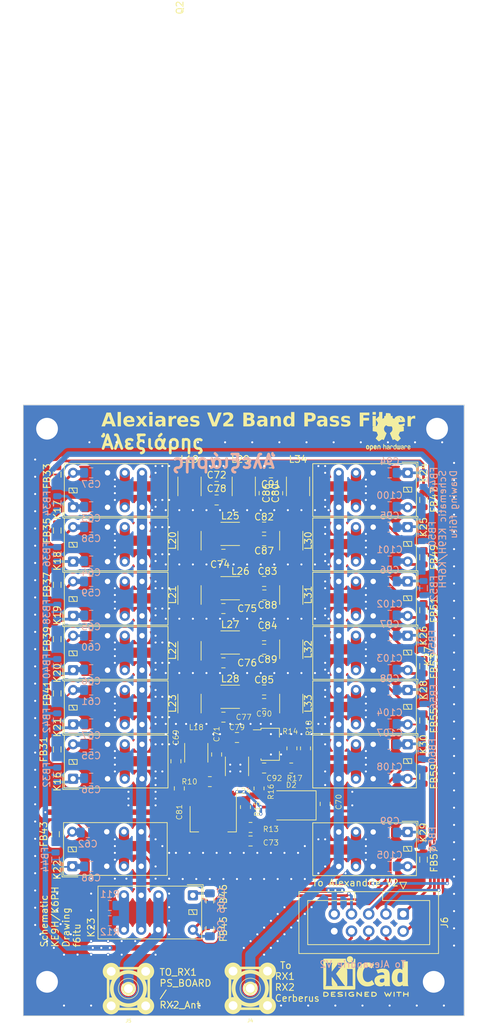
<source format=kicad_pcb>
(kicad_pcb (version 20221018) (generator pcbnew)
  (layers (0 "F.Cu" signal) (31 "B.Cu" signal) (34 "B.Paste" user) (35 "F.Paste" user) (36 "B.SilkS" user "B.Silkscreen") (37 "F.SilkS" user "F.Silkscreen") (38 "B.Mask" user) (39 "F.Mask" user) (44 "Edge.Cuts" user))
  (net 0 "")
  (net 1 "GND")
  (net 2 "+12V")
  (net 3 "Net-(C55-Pad1)")
  (net 4 "Net-(C56-Pad1)")
  (net 5 "Net-(C57-Pad1)")
  (net 6 "Net-(C58-Pad1)")
  (net 7 "Net-(C59-Pad1)")
  (net 8 "Net-(C60-Pad1)")
  (net 9 "Net-(C61-Pad1)")
  (net 10 "Net-(C62-Pad1)")
  (net 11 "Net-(C63-Pad1)")
  (net 12 "Net-(C64-Pad1)")
  (net 13 "Net-(C65-Pad1)")
  (net 14 "Net-(C66-Pad1)")
  (net 15 "Net-(C67-Pad1)")
  (net 16 "Net-(C68-Pad1)")
  (net 17 "Net-(C69-Pad1)")
  (net 18 "Net-(C69-Pad2)")
  (net 19 "Net-(C71-Pad1)")
  (net 20 "Net-(C72-Pad1)")
  (net 21 "Net-(Q2-D)")
  (net 22 "Net-(C74-Pad1)")
  (net 23 "Net-(C75-Pad1)")
  (net 24 "Net-(C76-Pad1)")
  (net 25 "Net-(C77-Pad1)")
  (net 26 "Net-(C78-Pad2)")
  (net 27 "Net-(C79-Pad1)")
  (net 28 "Net-(C82-Pad1)")
  (net 29 "Net-(C82-Pad2)")
  (net 30 "Net-(C83-Pad1)")
  (net 31 "Net-(C83-Pad2)")
  (net 32 "Net-(C84-Pad1)")
  (net 33 "Net-(C84-Pad2)")
  (net 34 "Net-(C85-Pad1)")
  (net 35 "Net-(C85-Pad2)")
  (net 36 "Net-(C86-Pad2)")
  (net 37 "Net-(C92-Pad1)")
  (net 38 "Net-(C92-Pad2)")
  (net 39 "Net-(C93-Pad1)")
  (net 40 "Net-(C94-Pad1)")
  (net 41 "Net-(C95-Pad1)")
  (net 42 "Net-(C96-Pad1)")
  (net 43 "Net-(C97-Pad1)")
  (net 44 "Net-(C98-Pad1)")
  (net 45 "Net-(C99-Pad1)")
  (net 46 "Net-(C100-Pad1)")
  (net 47 "Net-(C101-Pad1)")
  (net 48 "Net-(C102-Pad1)")
  (net 49 "Net-(C103-Pad1)")
  (net 50 "Net-(C104-Pad1)")
  (net 51 "Net-(C105-Pad1)")
  (net 52 "Net-(C106-Pad2)")
  (net 53 "Net-(C107-Pad1)")
  (net 54 "Net-(C108-Pad1)")
  (net 55 "Net-(D2-A)")
  (net 56 "Net-(J4-In)")
  (net 57 "Net-(J5-In)")
  (net 58 "Net-(K16-Pad5)")
  (net 59 "Net-(K17-Pad4)")
  (net 60 "Net-(K22-Pad4)")
  (net 61 "Net-(K24-Pad4)")
  (net 62 "Net-(K30-Pad4)")
  (net 63 "Net-(R13-Pad2)")
  (net 64 "Net-(R15-Pad2)")
  (net 65 "6mLNA_2")
  (net 66 "1.5HPF_2")
  (net 67 "6.5HPF_2")
  (net 68 "9.5HPF_2")
  (net 69 "13HPF_2")
  (net 70 "20HPF_2")
  (net 71 "HPF_ByPass_2")
  (net 72 "RX2_GND_2")
  (net 73 "Net-(K23-Pad5)")
  (footprint "Relay_THT:Relay_DPDT_Kemet_EC2" (layer "F.Cu") (at 95.66 78 -90)
    (fp_text reference "K30")
    (fp_text value "EC2-12NU")
  )
  (footprint "Relay_THT:Relay_DPDT_Kemet_EC2" (layer "F.Cu") (at 95.66 90.92 -90)
    (fp_text reference "K29")
    (fp_text value "EC2-12NU")
  )
  (footprint "Capacitor_SMD:C_0805_2012Metric_Pad1.18x1.45mm_HandSolder" (layer "F.Cu") (at 74.5 41 -90)
    (fp_text reference "C80")
    (fp_text value "390p")
  )
  (footprint "Capacitor_SMD:C_0805_2012Metric_Pad1.18x1.45mm_HandSolder" (layer "F.Cu") (at 68.5 50)
    (fp_text reference "C74")
    (fp_text value "1n")
  )
  (footprint "Inductor_SMD:L_1812_4532Metric_Pad1.30x3.40mm_HandSolder" (layer "F.Cu") (at 63.5 72 90)
    (fp_text reference "L23")
    (fp_text value "150n")
  )
  (footprint "Capacitor_SMD:C_0805_2012Metric_Pad1.18x1.45mm_HandSolder" (layer "F.Cu") (at 74.5 64)
    (fp_text reference "C89")
    (fp_text value "270p")
  )
  (footprint "Resistor_SMD:R_0805_2012Metric_Pad1.20x1.40mm_HandSolder" (layer "F.Cu") (at 80.6 78.6 -90)
    (fp_text reference "R18")
    (fp_text value "100R")
  )
  (footprint "Capacitor_SMD:C_0805_2012Metric_Pad1.18x1.45mm_HandSolder" (layer "F.Cu") (at 83.5 86.7875 90)
    (fp_text reference "C70")
    (fp_text value "100n")
  )
  (footprint "Inductor_SMD:L_0805_2012Metric" (layer "F.Cu") (at 44 38.25 -90)
    (fp_text reference "FB33")
    (fp_text value "Ferrite")
  )
  (footprint "Inductor_SMD:L_0805_2012Metric" (layer "F.Cu") (at 44 78.75 -90)
    (fp_text reference "FB31")
    (fp_text value "Ferrite")
  )
  (footprint "Relay_THT:Relay_DPDT_Kemet_EC2" (layer "F.Cu") (at 95.66 62 -90)
    (fp_text reference "K27")
    (fp_text value "EC2-12NU")
  )
  (footprint "Inductor_SMD:L_1812_4532Metric_Pad1.30x3.40mm_HandSolder" (layer "F.Cu") (at 69.5 55)
    (fp_text reference "L26")
    (fp_text value "1.8u")
  )
  (footprint "Inductor_SMD:L_1812_4532Metric_Pad1.30x3.40mm_HandSolder" (layer "F.Cu") (at 64.5 79.25 90)
    (fp_text reference "L18")
    (fp_text value "330n")
  )
  (footprint "SMA_PINS:SMA_PINS" (layer "F.Cu") (at 54.5 114)
    (fp_text reference "J5")
    (fp_text value "Conn_Coaxial" hide)
  )
  (footprint "Relay_THT:Relay_DPDT_Kemet_EC2" (layer "F.Cu") (at 46.34 59.08 90)
    (fp_text reference "K19")
    (fp_text value "EC2-12NU")
  )
  (footprint "Resistor_SMD:R_0805_2012Metric_Pad1.20x1.40mm_HandSolder" (layer "F.Cu") (at 73.75 84.5 90)
    (fp_text reference "R16")
    (fp_text value "62R")
  )
  (footprint "Relay_THT:Relay_DPDT_Kemet_EC2" (layer "F.Cu") (at 64 100.25 -90)
    (fp_text reference "K23")
    (fp_text value "EC2-12NU")
  )
  (footprint "Symbol:KiCad-Logo2_5mm_SilkScreen" (layer "F.Cu") (at 89.5 112.2)
    (fp_text reference "REF**" hide)
    (fp_text value "KiCad-Logo2_5mm_SilkScreen" hide)
  )
  (footprint "Relay_THT:Relay_DPDT_Kemet_EC2" (layer "F.Cu") (at 95.66 38 -90)
    (fp_text reference "K24")
    (fp_text value "EC2-12NU")
  )
  (footprint "Capacitor_SMD:C_0805_2012Metric_Pad1.18x1.45mm_HandSolder" (layer "F.Cu") (at 68.5 66)
    (fp_text reference "C76")
    (fp_text value "270p")
  )
  (footprint "Capacitor_SMD:C_0805_2012Metric_Pad1.18x1.45mm_HandSolder" (layer "F.Cu") (at 74.5 70 180)
    (fp_text reference "C85")
    (fp_text value "47p")
  )
  (footprint "MountingHole:MountingHole_3.2mm_M3_ISO14580_Pad" (layer "F.Cu") (at 99.5 113)
    (fp_text reference "H5" hide)
    (fp_text value "MountingHole_Pad")
  )
  (footprint "Inductor_SMD:L_0805_2012Metric" (layer "F.Cu") (at 98 95 -90)
    (fp_text reference "FB57")
    (fp_text value "Ferrite")
  )
  (footprint "Capacitor_SMD:C_0805_2012Metric_Pad1.18x1.45mm_HandSolder" (layer "F.Cu") (at 68.5 58)
    (fp_text reference "C75")
    (fp_text value "470p")
  )
  (footprint "Inductor_SMD:L_1812_4532Metric_Pad1.30x3.40mm_HandSolder" (layer "F.Cu") (at 69.5 47)
    (fp_text reference "L25")
    (fp_text value "2.7u")
  )
  (footprint "Capacitor_SMD:C_0805_2012Metric_Pad1.18x1.45mm_HandSolder" (layer "F.Cu") (at 67.5 79.5 -90)
    (fp_text reference "C71")
    (fp_text value "100p")
  )
  (footprint "Capacitor_SMD:C_0805_2012Metric_Pad1.18x1.45mm_HandSolder" (layer "F.Cu") (at 62 84.5 -90)
    (fp_text reference "C81")
    (fp_text value "100n")
  )
  (footprint "Inductor_SMD:L_0805_2012Metric" (layer "F.Cu") (at 98 58.25 -90)
    (fp_text reference "FB51")
    (fp_text value "Ferrite")
  )
  (footprint "MountingHole:MountingHole_3.2mm_M3_ISO14580_Pad" (layer "F.Cu") (at 100 31.5)
    (fp_text reference "H8" hide)
    (fp_text value "MountingHole_Pad")
  )
  (footprint "Inductor_SMD:L_1812_4532Metric_Pad1.30x3.40mm_HandSolder" (layer "F.Cu") (at 63.5 40 90)
    (fp_text reference "L19")
    (fp_text value "10u")
  )
  (footprint "Inductor_SMD:L_1812_4532Metric_Pad1.30x3.40mm_HandSolder" (layer "F.Cu") (at 63.5 56 90)
    (fp_text reference "L21")
    (fp_text value "680n")
  )
  (footprint "Relay_THT:Relay_DPDT_Kemet_EC2" (layer "F.Cu") (at 46.34 83.08 90)
    (fp_text reference "K16")
    (fp_text value "EC2-12NU")
  )
  (footprint "Resistor_SMD:R_0805_2012Metric_Pad1.20x1.40mm_HandSolder" (layer "F.Cu") (at 78.5 81.5 180)
    (fp_text reference "R17")
    (fp_text value "30R")
  )
  (footprint "Capacitor_SMD:C_0805_2012Metric_Pad1.18x1.45mm_HandSolder" (layer "F.Cu") (at 74.5 62 180)
    (fp_text reference "C84")
    (fp_text value "82p")
  )
  (footprint "Inductor_SMD:L_1812_4532Metric_Pad1.30x3.40mm_HandSolder" (layer "F.Cu") (at 69.5 71)
    (fp_text reference "L28")
    (fp_text value "680n")
  )
  (footprint "Inductor_SMD:L_1812_4532Metric_Pad1.30x3.40mm_HandSolder" (layer "F.Cu") (at 69.5 63)
    (fp_text reference "L27")
    (fp_text value "1u")
  )
  (footprint "Capacitor_SMD:C_0805_2012Metric_Pad1.18x1.45mm_HandSolder" (layer "F.Cu") (at 70.5 77 180)
    (fp_text reference "C79")
    (fp_text value "100p")
  )
  (footprint "Inductor_SMD:L_0805_2012Metric" (layer "F.Cu") (at 98 74.5 -90)
    (fp_text reference "FB55")
    (fp_text value "Ferrite")
  )
  (footprint "Inductor_SMD:L_1812_4532Metric_Pad1.30x3.40mm_HandSolder" (layer "F.Cu") (at 78.5 48 -90)
    (fp_text reference "L30")
    (fp_text value "1.8u")
  )
  (footprint "Inductor_SMD:L_1812_4532Metric_Pad1.30x3.40mm_HandSolder" (layer "F.Cu") (at 63.5 48 90)
    (fp_text reference "L20")
    (fp_text value "1.8u")
  )
  (footprint "MountingHole:MountingHole_3.2mm_M3_ISO14580_Pad" (layer "F.Cu") (at 42.5 31.5)
    (fp_text reference "H6" hide)
    (fp_text value "MountingHole_Pad")
  )
  (footprint "Capacitor_SMD:C_0805_2012Metric_Pad1.18x1.45mm_HandSolder" (layer "F.Cu") (at 68.5 74)
    (fp_text reference "C77")
    (fp_text value "220p")
  )
  (footprint "Inductor_SMD:L_1812_4532Metric_Pad1.30x3.40mm_HandSolder" (layer "F.Cu") (at 78.5 56 -90)
    (fp_text reference "L31")
    (fp_text value "680n")
  )
  (footprint "Capacitor_SMD:C_0805_2012Metric_Pad1.18x1.45mm_HandSolder" (layer "F.Cu") (at 75.5 38 180)
    (fp_text reference "C91")
    (fp_text value "470p")
  )
  (footprint "Inductor_SMD:L_0805_2012Metric" (layer "F.Cu") (at 44 54.5 -90)
    (fp_text reference "FB37")
    (fp_text value "Ferrite")
  )
  (footprint "MountingHole:MountingHole_3.2mm_M3_ISO14580_Pad" (layer "F.Cu") (at 42.5 113)
    (fp_text reference "H7" hide)
    (fp_text value "MountingHole_Pad")
  )
  (footprint "Inductor_SMD:L_1812_4532Metric_Pad1.30x3.40mm_HandSolder" (layer "F.Cu") (at 79.5 40 90)
    (fp_text reference "L34")
    (fp_text value "10u")
  )
  (footprint "Resistor_SMD:R_0805_2012Metric_Pad1.20x1.40mm_HandSolder" (layer "F.Cu") (at 66.5 83.5)
    (fp_text reference "R10")
    (fp_text value "10k")
  )
  (footprint "Inductor_SMD:L_1812_4532Metric_Pad1.30x3.40mm_HandSolder" (layer "F.Cu") (at 63.5 64.225 90)
    (fp_text reference "L22")
    (fp_text value "330n")
  )
  (footprint "Connector_IDC:IDC-Header_2x05_P2.54mm_Vertical" (layer "F.Cu") (at 95 103 -90)
    (fp_text reference "J6")
    (fp_text value "Conn_02x05_Odd_Even")
  )
  (footprint "SMA_PINS:SMA_PINS" (layer "F.Cu") (at 72.46 113.96)
    (fp_text reference "J4")
    (fp_text value "Conn_Coaxial" hide)
  )
  (footprint "Resistor_SMD:R_0805_2012Metric_Pad1.20x1.40mm_HandSolder" (layer "F.Cu") (at 78.6 78.6 90)
    (fp_text reference "R14")
    (fp_text value "100R")
  )
  (footprint "Symbol:OSHW-Logo2_7.3x6mm_SilkScreen" (layer "F.Cu") (at 92.8 32)
    (fp_text reference "REF**" hide)
    (fp_text value "OSHW-Logo2_7.3x6mm_SilkScreen" hide)
  )
  (footprint "Inductor_SMD:L_0805_2012Metric" (layer "F.Cu") (at 98 66.5 -90)
    (fp_text reference "FB53")
    (fp_text value "Ferrite")
  )
  (footprint "Capacitor_SMD:C_0805_2012Metric_Pad1.18x1.45mm_HandSolder" (layer "F.Cu") (at 74.5375 56)
    (fp_text reference "C88")
    (fp_text value "470p")
  )
  (footprint "Capacitor_SMD:C_0805_2012Metric_Pad1.18x1.45mm_HandSolder" (layer "F.Cu") (at 61.5 80.5 90)
    (fp_text reference "C69")
    (fp_text value "100p")
  )
  (footprint "Capacitor_SMD:C_0805_2012Metric_Pad1.18x1.45mm_HandSolder" (layer "F.Cu") (at 72.5 92.25 180)
    (fp_text reference "C73")
    (fp_text value "100n" hide)
  )
  (footprint "Inductor_SMD:L_1812_4532Metric_Pad1.30x3.40mm_HandSolder" (layer "F.Cu") (at 78.5 72 -90)
    (fp_text reference "L33")
    (fp_text value "150n")
  )
  (footprint "Resistor_SMD:R_0805_2012Metric_Pad1.20x1.40mm_HandSolder" (layer "F.Cu") (at 72.5 90.25)
    (fp_text reference "R13")
    (fp_text value "62R")
  )
  (footprint "Relay_THT:Relay_DPDT_Kemet_EC2" (layer "F.Cu") (at 95.66 70 -90)
    (fp_text reference "K28")
    (fp_text value "EC2-12NU")
  )
  (footprint "Capacitor_SMD:C_0805_2012Metric_Pad1.18x1.45mm_HandSolder" (layer "F.Cu") (at 74.5 81.5 180)
    (fp_text reference "C92")
    (fp_text value "100n")
  )
  (footprint "Inductor_SMD:L_1812_4532Metric_Pad1.30x3.40mm_HandSolder" (layer "F.Cu") (at 78.5 64 -90)
    (fp_text reference "L32")
    (fp_text value "330n")
  )
  (footprint "Inductor_SMD:L_0805_2012Metric" (layer "F.Cu") (at 44 46.5 -90)
    (fp_text reference "FB35")
    (fp_text value "Ferrite")
  )
  (footprint "Inductor_SMD:L_1812_4532Metric_Pad1.30x3.40mm_HandSolder" (layer "F.Cu") (at 70.5 81.25 -90)
    (fp_text reference "L24")
    (fp_text value "330n")
  )
  (footprint "Inductor_SMD:L_0805_2012Metric" (layer "F.Cu") (at 98 42 -90)
    (fp_text reference "FB47")
    (fp_text value "Ferrite")
  )
  (footprint "Inductor_SMD:L_0805_2012Metric" (layer "F.Cu") (at 98 50.4375 -90)
    (fp_text reference "FB49")
    (fp_text value "Ferrite")
  )
  (footprint "Inductor_SMD:L_0805_2012Metric" (layer "F.Cu") (at 98 82.75 -90)
    (fp_text reference "FB59")
    (fp_text value "Ferrite")
  )
  (footprint "Package_TO_SOT_SMD:SOT-223-3_TabPin2" (layer "F.Cu") (at 67 89 -90)
    (fp_text reference "Q2")
    (fp_text value "BSP250 /ZVP2106")
  )
  (footprint "Relay_THT:Relay_DPDT_Kemet_EC2" (layer "F.Cu") (at 46.34 67.08 90)
    (fp_text reference "K20")
    (fp_text value "EC2-12NU")
  )
  (footprint "Inductor_SMD:L_0805_2012Metric" (layer "F.Cu") (at 44 70.5 -90)
    (fp_text reference "FB41")
    (fp_text value "Ferrite")
  )
  (footprint "Inductor_SMD:L_1812_4532Metric_Pad1.30x3.40mm_HandSolder" (layer "F.Cu") (at 71.5 40 90)
    (fp_text reference "L29")
    (fp_text value "10u")
  )
  (footprint "Inductor_SMD:L_0805_2012Metric" (layer "F.Cu") (at 66.5 105.25 90)
    (fp_text reference "FB45")
    (fp_text value "Ferrite")
  )
  (footprint "Resistor_SMD:R_0805_2012Metric_Pad1.20x1.40mm_HandSolder" (layer "F.Cu") (at 71.75 87.25 90)
    (fp_text reference "R15")
    (fp_text value "62R")
  )
  (footprint "Diode_SMD:D_SMB" (layer "F.Cu") (at 78.5 87 180)
    (fp_text reference "D2")
    (fp_text value "SS36")
  )
  (footprint "Capacitor_SMD:C_0805_2012Metric_Pad1.18x1.45mm_HandSolder" (layer "F.Cu") (at 74.5 48)
    (fp_text reference "C87")
    (fp_text value "1n")
  )
  (footprint "Relay_THT:Relay_DPDT_Kemet_EC2" (layer "F.Cu") (at 95.66 54 -90)
    (fp_text reference "K26")
    (fp_text value "EC2-12NU")
  )
  (footprint "Capacitor_SMD:C_0805_2012Metric_Pad1.18x1.45mm_HandSolder" (layer "F.Cu") (at 67.5 40)
    (fp_text reference "C72")
    (fp_text value "470p")
  )
  (footprint "Relay_THT:Relay_DPDT_Kemet_EC2" (layer "F.Cu") (at 46.34 43.08 90)
    (fp_text reference "K17")
    (fp_text value "EC2-12NU")
  )
  (footprint "Relay_THT:Relay_DPDT_Kemet_EC2" (layer "F.Cu") (at 46.34 51.08 90)
    (fp_text reference "K18")
    (fp_text value "EC2-12NU")
  )
  (footprint "Relay_THT:Relay_DPDT_Kemet_EC2" (layer "F.Cu") (at 95.66 46 -90)
    (fp_text reference "K25")
    (fp_text value "EC2-12NU")
  )
  (footprint "Capacitor_SMD:C_0805_2012Metric_Pad1.18x1.45mm_HandSolder" (layer "F.Cu") (at 67.5 42)
    (fp_text reference "C78")
    (fp_text value "220p")
  )
  (footprint "Inductor_SMD:L_0805_2012Metric" (layer "F.Cu") (at 44 62.5 -90)
    (fp_text reference "FB39")
    (fp_text value "Ferrite")
  )
  (footprint "Relay_THT:Relay_DPDT_Kemet_EC2" (layer "F.Cu") (at 46.34 75.08 90)
    (fp_text reference "K21")
    (fp_text value "EC2-12NU")
  )
  (footprint "Inductor_SMD:L_0805_2012Metric" (layer "F.Cu") (at 66.5 101 90)
    (fp_text reference "FB46")
    (fp_text value "Ferrite")
  )
  (footprint "Capacitor_SMD:C_0805_2012Metric_Pad1.18x1.45mm_HandSolder" (layer "F.Cu") (at 76.5 41 90)
    (fp_text reference "C86")
    (fp_text value "220p")
  )
  (footprint "Capacitor_SMD:C_0805_2012Metric_Pad1.18x1.45mm_HandSolder" (layer "F.Cu") (at 74.5 72)
    (fp_text reference "C90")
    (fp_text value "220p")
  )
  (footprint "Relay_THT:Relay_DPDT_Kemet_EC2" (layer "F.Cu") (at 46.2225 95.9675 90)
    (fp_text reference "K22")
    (fp_text value "EC2-12NU")
  )
  (footprint "Inductor_SMD:L_0805_2012Metric" (layer "F.Cu") (at 43.75 91.25 -90)
    (fp_text reference "FB43")
    (fp_text value "Ferrite")
  )
  (footprint "Capacitor_SMD:C_0805_2012Metric_Pad1.18x1.45mm_HandSolder" (layer "F.Cu") (at 74.5 46 180)
    (fp_text reference "C82")
    (fp_text value "680p")
  )
  (footprint "Capacitor_SMD:C_0805_2012Metric_Pad1.18x1.45mm_HandSolder" (layer "F.Cu") (at 74.5 54 180)
    (fp_text reference "C83")
    (fp_text value "180p")
  )
  (footprint "Package_TO_SOT_SMD:SOT-89-3" (layer "F.Cu") (at 75.4 78)
    (fp_text reference "U2" hide)
    (fp_text value "PGA-103")
  )
  (footprint "Capacitor_SMD:C_0805_2012Metric_Pad1.18x1.45mm_HandSolder" (layer "B.Cu") (at 48.5 91)
    (fp_text reference "C62")
    (fp_text value "10n")
  )
  (footprint "Capacitor_SMD:C_0805_2012Metric_Pad1.18x1.45mm_HandSolder" (layer "B.Cu") (at 49 70)
    (fp_text reference "C61")
    (fp_text value "10n")
  )
  (footprint "Capacitor_SMD:C_0805_2012Metric_Pad1.18x1.45mm_HandSolder" (layer "B.Cu") (at 93 38 180)
    (fp_text reference "C94")
    (fp_text value "10n")
  )
  (footprint "Capacitor_SMD:C_0805_2012Metric_Pad1.18x1.45mm_HandSolder" (layer "B.Cu") (at 93 51 180)
    (fp_text reference "C101")
    (fp_text value "10n")
  )
  (footprint "Inductor_SMD:L_0805_2012Metric" (layer "B.Cu") (at 97.75 47 90)
    (fp_text reference "FB50")
    (fp_text value "Ferrite")
  )
  (footprint "Inductor_SMD:L_0805_2012Metric" (layer "B.Cu") (at 97.75 63 90)
    (fp_text reference "FB54")
    (fp_text value "Ferrite")
  )
  (footprint "Capacitor_SMD:C_0805_2012Metric_Pad1.18x1.45mm_HandSolder" (layer "B.Cu") (at 49 83)
    (fp_text reference "C56")
    (fp_text value "10n")
  )
  (footprint "Inductor_SMD:L_0805_2012Metric" (layer "B.Cu") (at 44 58.5 -90)
    (fp_text reference "FB38")
    (fp_text value "Ferrite")
  )
  (footprint "Capacitor_SMD:C_0805_2012Metric_Pad1.18x1.45mm_HandSolder" (layer "B.Cu") (at 93 75 180)
    (fp_text reference "C104")
    (fp_text value "10n")
  )
  (footprint "Capacitor_SMD:C_0805_2012Metric_Pad1.18x1.45mm_HandSolder" (layer "B.Cu") (at 49 78)
    (fp_text reference "C55")
    (fp_text value "10n")
  )
  (footprint "Inductor_SMD:L_0805_2012Metric" (layer "B.Cu") (at 43.75 95 -90)
    (fp_text reference "FB44")
    (fp_text value "Ferrite")
  )
  (footprint "Capacitor_SMD:C_0805_2012Metric_Pad1.18x1.45mm_HandSolder" (layer "B.Cu") (at 93 62 180)
    (fp_text reference "C97")
    (fp_text value "10n")
  )
  (footprint "Inductor_SMD:L_0805_2012Metric" (layer "B.Cu") (at 44 74.5 -90)
    (fp_text reference "FB42")
    (fp_text value "Ferrite")
  )
  (footprint "Capacitor_SMD:C_0805_2012Metric_Pad1.18x1.45mm_HandSolder" (layer "B.Cu") (at 49 51)
    (fp_text reference "C64")
    (fp_text value "10n")
  )
  (footprint "Inductor_SMD:L_0805_2012Metric" (layer "B.Cu") (at 44 66.5 -90)
    (fp_text reference "FB40")
    (fp_text value "Ferrite")
  )
  (footprint "Capacitor_SMD:C_0805_2012Metric_Pad1.18x1.45mm_HandSolder" (layer "B.Cu") (at 49 62)
    (fp_text reference "C60")
    (fp_text value "10n")
  )
  (footprint "Inductor_SMD:L_0805_2012Metric" (layer "B.Cu") (at 44 42.5 90)
    (fp_text reference "FB34")
    (fp_text value "Ferrite")
  )
  (footprint "Capacitor_SMD:C_0805_2012Metric_Pad1.18x1.45mm_HandSolder" (layer "B.Cu") (at 49 46)
    (fp_text reference "C58")
    (fp_text value "10n")
  )
  (footprint "Capacitor_SMD:C_0805_2012Metric_Pad1.18x1.45mm_HandSolder" (layer "B.Cu") (at 93 59 180)
    (fp_text reference "C102")
    (fp_text value "10n")
  )
  (footprint "Inductor_SMD:L_0805_2012Metric" (layer "B.Cu") (at 98 55 90)
    (fp_text reference "FB52")
    (fp_text value "Ferrite")
  )
  (footprint "Inductor_SMD:L_0805_2012Metric" (layer "B.Cu") (at 98 39 90)
    (fp_text reference "FB48")
    (fp_text value "Ferrite")
  )
  (footprint "Capacitor_SMD:C_0805_2012Metric_Pad1.18x1.45mm_HandSolder" (layer "B.Cu") (at 93 67 180)
    (fp_text reference "C103")
    (fp_text value "10n")
  )
  (footprint "Inductor_SMD:L_0805_2012Metric" (layer "B.Cu") (at 97.75 92 90)
    (fp_text reference "FB58")
    (fp_text value "Ferrite")
  )
  (footprint "Capacitor_SMD:C_0805_2012Metric_Pad1.18x1.45mm_HandSolder" (layer "B.Cu") (at 93 54 180)
    (fp_text reference "C96")
    (fp_text value "10n")
  )
  (footprint "Capacitor_SMD:C_0805_2012Metric_Pad1.18x1.45mm_HandSolder" (layer "B.Cu") (at 66.5 101 90)
    (fp_text reference "C106")
    (fp_text value "10n")
  )
  (footprint "Capacitor_SMD:C_0805_2012Metric_Pad1.18x1.45mm_HandSolder" (layer "B.Cu") (at 49 96)
    (fp_text reference "C68")
    (fp_text value "10n")
  )
  (footprint "Capacitor_SMD:C_0805_2012Metric_Pad1.18x1.45mm_HandSolder" (layer "B.Cu") (at 66.5 105.25 90)
    (fp_text reference "C93")
    (fp_text value "10n")
  )
  (footprint "Capacitor_SMD:C_0805_2012Metric_Pad1.18x1.45mm_HandSolder" (layer "B.Cu") (at 49 59)
    (fp_text reference "C65")
    (fp_text value "10n")
  )
  (footprint "Capacitor_SMD:C_0805_2012Metric_Pad1.18x1.45mm_HandSolder" (layer "B.Cu") (at 49 54)
    (fp_text reference "C59")
    (fp_text value "10n")
  )
  (footprint "Capacitor_SMD:C_0805_2012Metric_Pad1.18x1.45mm_HandSolder" (layer "B.Cu") (at 93 83 180)
    (fp_text reference "C108")
    (fp_text value "10n")
  )
  (footprint "Capacitor_SMD:C_0805_2012Metric_Pad1.18x1.45mm_HandSolder" (layer "B.Cu") (at 49 38)
    (fp_text reference "C57")
    (fp_text value "10n")
  )
  (footprint "Inductor_SMD:L_0805_2012Metric" (layer "B.Cu") (at 44 50 -90)
    (fp_text reference "FB36")
    (fp_text value "Ferrite")
  )
  (footprint "Capacitor_SMD:C_0805_2012Metric_Pad1.18x1.45mm_HandSolder" (layer "B.Cu") (at 49 75)
    (fp_text reference "C67")
    (fp_text value "10n")
  )
  (footprint "Capacitor_SMD:C_0805_2012Metric_Pad1.18x1.45mm_HandSolder" (layer "B.Cu") (at 93 43 180)
    (fp_text reference "C100")
    (fp_text value "10n")
  )
  (footprint "Capacitor_SMD:C_0805_2012Metric_Pad1.18x1.45mm_HandSolder" (layer "B.Cu") (at 49 67)
    (fp_text reference "C66")
    (fp_text value "10n")
  )
  (footprint "Capacitor_SMD:C_0805_2012Metric_Pad1.18x1.45mm_HandSolder" (layer "B.Cu") (at 93 78 180)
    (fp_text reference "C107")
    (fp_text value "10n")
  )
  (footprint "Resistor_SMD:R_0805_2012Metric_Pad1.20x1.40mm_HandSolder" (layer "B.Cu") (at 51.75 104)
    (fp_text reference "R12")
    (fp_text value "100R")
  )
  (footprint "Inductor_SMD:L_0805_2012Metric" (layer "B.Cu") (at 98 71 90)
    (fp_text reference "FB56")
    (fp_text value "Ferrite")
  )
  (footprint "Capacitor_SMD:C_0805_2012Metric_Pad1.18x1.45mm_HandSolder" (layer "B.Cu") (at 93 96 180)
    (fp_text reference "C105")
    (fp_text value "10n")
  )
  (footprint "Inductor_SMD:L_0805_2012Metric" (layer "B.Cu") (at 44 82.5 -90)
    (fp_text reference "FB32")
    (fp_text value "Ferrite")
  )
  (footprint "Capacitor_SMD:C_0805_2012Metric_Pad1.18x1.45mm_HandSolder" (layer "B.Cu") (at 93 46 180)
    (fp_text reference "C95")
    (fp_text value "10n")
  )
  (footprint "Capacitor_SMD:C_0805_2012Metric_Pad1.18x1.45mm_HandSolder" (layer "B.Cu") (at 93.0375 91 180)
    (fp_text reference "C99")
    (fp_text value "10n")
  )
  (footprint "Capacitor_SMD:C_0805_2012Metric_Pad1.18x1.45mm_HandSolder" (layer "B.Cu") (at 49 43)
    (fp_text reference "C63")
    (fp_text value "10n")
  )
  (footprint "Capacitor_SMD:C_0805_2012Metric_Pad1.18x1.45mm_HandSolder" (layer "B.Cu") (at 93 70 180)
    (fp_text reference "C98")
    (fp_text value "10n")
  )
  (footprint "Resistor_SMD:R_0805_2012Metric_Pad1.20x1.40mm_HandSolder" (layer "B.Cu") (at 51.75 101.75 180)
    (fp_text reference "R11")
    (fp_text value "100R")
  )
  (footprint "Inductor_SMD:L_0805_2012Metric" (layer "B.Cu") (at 97.75 79 90)
    (fp_text reference "FB60")
    (fp_text value "Ferrite")
  )
  (gr_line (start 39 28) (end 104 28) (stroke (width 0.1)) (layer "Edge.Cuts"))
  (gr_line (start 104 118) (end 39 118) (stroke (width 0.1)) (layer "Edge.Cuts"))
  (gr_line (start 104 28) (end 104 118) (stroke (width 0.1)) (layer "Edge.Cuts"))
  (gr_line (start 39 118) (end 39 28) (stroke (width 0.1)) (layer "Edge.Cuts"))
  (gr_text "Schematic KE9H/K6PH\nDrawing f6itu" (at 103 37.5 90) (layer "B.SilkS") (effects (font (size 1 1)) (justify left bottom mirror)))
  (gr_text " Ἀλεξιάρης " (at 78 37.5) (layer "B.SilkS") (effects (font (size 2 2) (thickness 0.4) bold) (justify left bottom mirror)))
  (gr_text "To Alexandrie V2" (at 95.5 111) (layer "B.SilkS") (effects (font (size 1 1)) (justify left bottom mirror)))
  (gr_text "To Alexandrie V2" (at 81.5 99) (layer "F.SilkS") (effects (font (size 1 1)) (justify left bottom)))
  (gr_text "Schematic \nKE9H/K6PH\nDrawing \nf6itu" (at 47.5 108 90) (layer "F.SilkS") (effects (font (size 1 1)) (justify left bottom)))
  (gr_text "TO_RX1\nPS_BOARD\n/\nRX2_Ant\n" (at 59 117) (layer "F.SilkS") (effects (font (size 1 1)) (justify left bottom)))
  (gr_text " Ἀλεξιάρης " (at 58 33.5) (layer "F.SilkS") (effects (font (size 2 2) (thickness 0.4) bold)))
  (gr_text "Alexiares V2 Band Pass Filter" (at 50.5 31.5) (layer "F.SilkS") (effects (font (size 2 2)) (justify left bottom)))
  (gr_text " To \nRX1\nRX2\nCerberus" (at 76 116) (layer "F.SilkS") (effects (font (size 1 1)) (justify left bottom)))
  (via (at 76 51.5) (size 0.5) (drill 0.3) (layers "F.Cu" "B.Cu") (net 1))
  (via (at 67.5 94) (size 0.5) (drill 0.3) (layers "F.Cu" "B.Cu") (net 1))
  (via (at 43.5 108) (size 0.5) (drill 0.3) (layers "F.Cu" "B.Cu") (net 1))
  (via (at 58.5 63) (size 0.5) (drill 0.3) (layers "F.Cu" "B.Cu") (net 1))
  (via (at 66 51.5) (size 0.5) (drill 0.3) (layers "F.Cu" "B.Cu") (net 1))
  (via (at 58.5 37) (size 0.5) (drill 0.3) (layers "F.Cu" "B.Cu") (net 1))
  (via (at 61.5 76.5) (size 0.5) (drill 0.3) (layers "F.Cu" "B.Cu") (net 1))
  (via (at 100.75 33.5) (size 0.5) (drill 0.3) (layers "F.Cu" "B.Cu") (net 1))
  (via (at 59.5 82) (size 0.5) (drill 0.3) (layers "F.Cu" "B.Cu") (net 1))
  (via (at 72.75 33.5) (size 0.5) (drill 0.3) (layers "F.Cu" "B.Cu") (net 1))
  (via (at 54.5 85) (size 0.5) (drill 0.3) (layers "F.Cu" "B.Cu") (net 1))
  (via (at 42.5 107) (size 0.5) (drill 0.3) (layers "F.Cu" "B.Cu") (net 1))
  (via (at 83.5 67) (size 0.5) (drill 0.3) (layers "F.Cu" "B.Cu") (net 1))
  (via (at 62 59.5) (size 0.5) (drill 0.3) (layers "F.Cu" "B.Cu") (net 1))
  (via (at 83.5 74) (size 0.5) (drill 0.3) (layers "F.Cu" "B.Cu") (net 1))
  (via (at 82 51.5) (size 0.5) (drill 0.3) (layers "F.Cu" "B.Cu") (net 1))
  (via (at 69.5 82) (size 0.5) (drill 0.3) (layers "F.Cu" "B.Cu") (net 1))
  (via (at 88.75 33.5) (size 0.5) (drill 0.3) (layers "F.Cu" "B.Cu") (net 1))
  (via (at 60.5 74) (size 0.5) (drill 0.3) (layers "F.Cu" "B.Cu") (net 1))
  (via (at 58.5 43) (size 0.5) (drill 0.3) (layers "F.Cu" "B.Cu") (net 1))
  (via (at 58 43.5) (size 0.5) (drill 0.3) (layers "F.Cu" "B.Cu") (net 1))
  (via (at 60.5 42) (size 0.5) (drill 0.3) (layers "F.Cu" "B.Cu") (net 1))
  (via (at 77.5 106) (size 0.5) (drill 0.3) (layers "F.Cu" "B.Cu") (net 1))
  (via (at 83.5 47) (size 0.5) (drill 0.3) (layers "F.Cu" "B.Cu") (net 1))
  (via (at 40.75 61.44) (size 0.5) (drill 0.3) (layers "F.Cu" "B.Cu") (net 1))
  (via (at 89.5 73) (size 0.5) (drill 0.3) (layers "F.Cu" "B.Cu") (net 1))
  (via (at 40.75 79.22) (size 0.5) (drill 0.3) (layers "F.Cu" "B.Cu") (net 1))
  (via (at 74.5 109) (size 0.5) (drill 0.3) (layers "F.Cu" "B.Cu") (net 1))
  (via (at 102.5 94.96) (size 0.5) (drill 0.3) (layers "F.Cu" "B.Cu") (net 1))
  (via (at 48.75 33.5) (size 0.5) (drill 0.3) (layers "F.Cu" "B.Cu") (net 1))
  (via (at 58.5 67) (size 0.5) (drill 0.3) (layers "F.Cu" "B.Cu") (net 1))
  (via (at 40.75 71.6) (size 0.5) (drill 0.3) (layers "F.Cu" "B.Cu") (net 1))
  (via (at 49 105) (size 0.5) (drill 0.3) (layers "F.Cu" "B.Cu") (net 1))
  (via (at 72 59.5) (size 0.5) (drill 0.3) (layers "F.Cu" "B.Cu") (net 1))
  (via (at 83 76.5) (size 0.5) (drill 0.3) (layers "F.Cu" "B.Cu") (net 1))
  (via (at 64.5 97.8505) (size 0.5) (drill 0.3) (layers "F.Cu" "B.Cu") (net 1))
  (via (at 71 81) (size 0.5) (drill 0.3) (layers "F.Cu" "B.Cu") (net 1))
  (via (at 61.5 94) (size 0.5) (drill 0.3) (layers "F.Cu" "B.Cu") (net 1))
  (via (at 89.5 42) (size 0.5) (drill 0.3) (layers "F.Cu" "B.Cu") (net 1))
  (via (at 102.5 92.42) (size 0.5) (drill 0.3) (layers "F.Cu" "B.Cu") (net 1))
  (via (at 80.5 103) (size 0.5) (drill 0.3) (layers "F.Cu" "B.Cu") (net 1))
  (via (at 59.5 58) (size 0.5) (drill 0.3) (layers "F.Cu" "B.Cu") (net 1))
  (via (at 76 59.5) (size 0.5) (drill 0.3) (layers "F.Cu" "B.Cu") (net 1))
  (via (at 89.5 63) (size 0.5) (drill 0.3) (layers "F.Cu" "B.Cu") (net 1))
  (via (at 58.5 85) (size 0.5) (drill 0.3) (layers "F.Cu" "B.Cu") (net 1))
  (via (at 87.5 85) (size 0.5) (drill 0.3) (layers "F.Cu" "B.Cu") (net 1))
  (via (at 83.5 37) (size 0.5) (drill 0.3) (layers "F.Cu" "B.Cu") (net 1))
  (via (at 40.75 48.74) (size 0.5) (drill 0.3) (layers "F.Cu" "B.Cu") (net 1))
  (via (at 75.5 76.5) (size 0.5) (drill 0.3) (layers "F.Cu" "B.Cu") (net 1))
  (via (at 52.5 65) (size 0.5) (drill 0.3) (layers "F.Cu" "B.Cu") (net 1))
  (via (at 63.5 94) (size 0.5) (drill 0.3) (layers "F.Cu" "B.Cu") (net 1))
  (via (at 68 76.5) (size 0.5) (drill 0.3) (layers "F.Cu" "B.Cu") (net 1))
  (via (at 40.75 81.76) (size 0.5) (drill 0.3) (layers "F.Cu" "B.Cu") (net 1))
  (via (at 40.75 86.84) (size 0.5) (drill 0.3) (layers "F.Cu" "B.Cu") (net 1))
  (via (at 102.5 49.24) (size 0.5) (drill 0.3) (layers "F.Cu" "B.Cu") (net 1))
  (via (at 83.5 51) (size 0.5) (drill 0.3) (layers "F.Cu" "B.Cu") (net 1))
  (via (at 52.5 82) (size 0.5) (drill 0.3) (layers "F.Cu" "B.Cu") (net 1))
  (via (at 72.5 75) (size 0.5) (drill 0.3) (layers "F.Cu" "B.Cu") (net 1))
  (via (at 85 116.5) (size 0.5) (drill 0.3) (layers "F.Cu" "B.Cu") (net 1))
  (via (at 80 59.5) (size 0.5) (drill 0.3) (layers "F.Cu" "B.Cu") (net 1))
  (via (at 58.5 38) (size 0.5) (drill 0.3) (layers "F.Cu" "B.Cu") (net 1))
  (via (at 89.5 41) (size 0.5) (drill 0.3) (layers "F.Cu" "B.Cu") (net 1))
  (via (at 58.5 62) (size 0.5) (drill 0.3) (layers "F.Cu" "B.Cu") (net 1))
  (via (at 40.75 51.28) (size 0.5) (drill 0.3) (layers "F.Cu" "B.Cu") (net 1))
  (via (at 58.5 84) (size 0.5) (drill 0.3) (layers "F.Cu" "B.Cu") (net 1))
  (via (at 61.5 75) (size 0.5) (drill 0.3) (layers "F.Cu" "B.Cu") (net 1))
  (via (at 52.5 48) (size 0.5) (drill 0.3) (layers "F.Cu" "B.Cu") (net 1))
  (via (at 60.5 58) (size 0.5) (drill 0.3) (layers "F.Cu" "B.Cu") (net 1))
  (via (at 89.5 74) (size 0.5) (drill 0.3) (layers "F.Cu" "B.Cu") (net 1))
  (via (at 102.5 44.16) (size 0.5) (drill 0.3) (layers "F.Cu" "B.Cu") (net 1))
  (via (at 74.5 37) (size 0.5) (drill 0.3) (layers "F.Cu" "B.Cu") (net 1))
  (via (at 55.5 107) (size 0.5) (drill 0.3) (layers "F.Cu" "B.Cu") (net 1))
  (via (at 49 107) (size 0.5) (drill 0.3) (layers "F.Cu" "B.Cu") (net 1))
  (via (at 47 109) (size 0.5) (drill 0.3) (layers "F.Cu" "B.Cu") (net 1))
  (via (at 60 67.5) (size 0.5) (drill 0.3) (layers "F.Cu" "B.Cu") (net 1))
  (via (at 102.5 77.18) (size 0.5) (drill 0.3) (layers "F.Cu" "B.Cu") (net 1))
  (via (at 74 43.5) (size 0.5) (drill 0.3) (layers "F.Cu" "B.Cu") (net 1))
  (via (at 40.75 66.52) (size 0.5) (drill 0.3) (layers "F.Cu" "B.Cu") (net 1))
  (via (at 40.75 99.54) (size 0.5) (drill 0.3) (layers "F.Cu" "B.Cu") (net 1))
  (via (at 59.5 55) (size 0.5) (drill 0.3) (layers "F.Cu" "B.Cu") (net 1))
  (via (at 77.5 94) (size 0.5) (drill 0.3) (layers "F.Cu" "B.Cu") (net 1))
  (via (at 60.5 78) (size 0.5) (drill 0.3) (layers "F.Cu" "B.Cu") (net 1))
  (via (at 52.5 93) (size 0.5) (drill 0.3) (layers "F.Cu" "B.Cu") (net 1))
  (via (at 75.5 104) (size 0.5) (drill 0.3) (layers "F.Cu" "B.Cu") (net 1))
  (via (at 59.5 63) (size 0.5) (drill 0.3) (layers "F.Cu" "B.Cu") (net 1))
  (via (at 89.5 71) (size 0.5) (drill 0.3) (layers "F.Cu" "B.Cu") (net 1))
  (via (at 78 59.5) (size 0.5) (drill 0.3) (layers "F.Cu" "B.Cu") (net 1))
  (via (at 76.5 107) (size 0.5) (drill 0.3) (layers "F.Cu" "B.Cu") (net 1))
  (via (at 58.5 51) (size 0.5) (drill 0.3) (layers "F.Cu" "B.Cu") (net 1))
  (via (at 70 59.5) (size 0.5) (drill 0.3) (layers "F.Cu" "B.Cu") (net 1))
  (via (at 52.5 80) (size 0.5) (drill 0.3) (layers "F.Cu" "B.Cu") (net 1))
  (via (at 102.5 89.88) (size 0.5) (drill 0.3) (layers "F.Cu" "B.Cu") (net 1))
  (via (at 83.5 70) (size 0.5) (drill 0.3) (layers "F.Cu" "B.Cu") (net 1))
  (via (at 81 116.5) (size 0.5) (drill 0.3) (layers "F.Cu" "B.Cu") (net 1))
  (via (at 67 76.5) (size 0.5) (drill 0.3) (layers "F.Cu" "B.Cu") (net 1))
  (via (at 52.5 66) (size 0.5) (drill 0.3) (layers "F.Cu" "B.Cu") (net 1))
  (via (at 89.5 81) (size 0.5) (drill 0.3) (layers "F.Cu" "B.Cu") (net 1))
  (via (at 92.75 33.5) (size 0.5) (drill 0.3) (layers "F.Cu" "B.Cu") (net 1))
  (via (at 59.5 42) (size 0.5) (drill 0.3) (layers "F.Cu" "B.Cu") (net 1))
  (via (at 102.5 54.32) (size 0.5) (drill 0.3) (layers "F.Cu" "B.Cu") (net 1))
  (via (at 62 51.5) (size 0.5) (drill 0.3) (layers "F.Cu" "B.Cu") (net 1))
  (via (at 40.75 104.62) (size 0.5) (drill 0.3) (layers "F.Cu" "B.Cu") (net 1))
  (via (at 83.5 58) (size 0.5) (drill 0.3) (layers "F.Cu" "B.Cu") (net 1))
  (via (at 52.5 42) (size 0.5) (drill 0.3) (layers "F.Cu" "B.Cu") (net 1))
  (via (at 40.75 58.9) (size 0.5) (drill 0.3) (layers "F.Cu" "B.Cu") (net 1))
  (via (at 102.5 100.04) (size 0.5) (drill 0.3) (layers "F.Cu" "B.Cu") (net 1))
  (via (at 71.5 108) (size 0.5) (drill 0.3) (layers "F.Cu" "B.Cu") (net 1))
  (via (at 66 43.5) (size 0.5) (drill 0.3) (layers "F.Cu" "B.Cu") (net 1))
  (via (at 83.5 78) (size 0.5) (drill 0.3) (layers "F.Cu" "B.Cu") (net 1))
  (via (at 60.5 50) (size 0.5) (drill 0.3) (layers "F.Cu" "B.Cu") (net 1))
  (via (at 76.5 103) (size 0.5) (drill 0.3) (layers "F.Cu" "B.Cu") (net 1))
  (via (at 78 43.5) (size 0.5) (drill 0.3) (layers "F.Cu" "B.Cu") (net 1))
  (via (at 52.5 73) (size 0.5) (drill 0.3) (layers "F.Cu" "B.Cu") (net 1))
  (via (at 77 76.5) (size 0.5) (drill 0.3) (layers "F.Cu" "B.Cu") (net 1))
  (via (at 44 97.5) (size 0.5) (drill 0.3) (layers "F.Cu" "B.Cu") (net 1))
  (via (at 64 51.5) (size 0.5) (drill 0.3) (layers "F.Cu" "B.Cu") (net 1))
  (via (at 52.5 55) (size 0.5) (drill 0.3) (layers "F.Cu" "B.Cu") (net 1))
  (via (at 52.5 79) (size 0.5) (drill 0.3) (layers "F.Cu" "B.Cu") (net 1))
  (via (at 41.5 106) (size 0.5) (drill 0.3) (layers "F.Cu" "B.Cu") (net 1))
  (via (at 81.5 76.5) (size 0.5) (drill 0.3) (layers "F.Cu" "B.Cu") (net 1))
  (via (at 52.5 95) (size 0.5) (drill 0.3) (layers "F.Cu" "B.Cu") (net 1))
  (via (at 75.5 108) (size 0.5) (drill 0.3) (layers "F.Cu" "B.Cu") (net 1))
  (via (at 68 59.5) (size 0.5) (drill 0.3) (layers "F.Cu" "B.Cu") (net 1))
  (via (at 59.5 66) (size 0.5) (drill 0.3) (layers "F.Cu" "B.Cu") (net 1))
  (via (at 60 51.5) (size 0.5) (drill 0.3) (layers "F.Cu" "B.Cu") (net 1))
  (via (at 82.5 75) (size 0.5) (drill 0.3) (layers "F.Cu" "B.Cu") (net 1))
  (via (at 102.5 67.02) (size 0.5) (drill 0.3) (layers "F.Cu" "B.Cu") (net 1))
  (via (at 52.5 97.8) (size 0.5) (drill 0.3) (layers "F.Cu" "B.Cu") (net 1))
  (via (at 101 116.5) (size 0.5) (drill 0.3) (layers "F.Cu" "B.Cu") (net 1))
  (via (at 79.5 94) (size 0.5) (drill 0.3) (layers "F.Cu" "B.Cu") (net 1))
  (via (at 60.5 94) (size 0.5) (drill 0.3) (layers "F.Cu" "B.Cu") (net 1))
  (via (at 40.75 74.14) (size 0.5) (drill 0.3) (layers "F.Cu" "B.Cu") (net 1))
  (via (at 68 51.5) (size 0.5) (drill 0.3) (layers "F.Cu" "B.Cu") (net 1))
  (via (at 40.75 36.04) (size 0.5) (drill 0.3) (layers "F.Cu" "B.Cu") (net 1))
  (via (at 40.75 38.58) (size 0.5) (drill 0.3) (layers "F.Cu" "B.Cu") (net 1))
  (via (at 102.5 46.7) (size 0.5) (drill 0.3) (layers "F.Cu" "B.Cu") (net 1))
  (via (at 46 106) (size 0.5) (drill 0.3) (layers "F.Cu" "B.Cu") (net 1))
  (via (at 102.5 102.58) (size 0.5) (drill 0.3) (layers "F.Cu" "B.Cu") (net 1))
  (via (at 80.5 97.8505) (size 0.5) (drill 0.3) (layers "F.Cu" "B.Cu") (net 1))
  (via (at 76.5 97.8505) (size 0.5) (drill 0.3) (layers "F.Cu" "B.Cu") (net 1))
  (via (at 40.75 89.38) (size 0.5) (drill 0.3) (layers "F.Cu" "B.Cu") (net 1))
  (via (at 60.5 55) (size 0.5) (drill 0.3) (layers "F.Cu" "B.Cu") (net 1))
  (via (at 78.5 97.8505) (size 0.5) (drill 0.3) (layers "F.Cu" "B.Cu") (net 1))
  (via (at 40.75 41.12) (size 0.5) (drill 0.3) (layers "F.Cu" "B.Cu") (net 1))
  (via (at 84 43.5) (size 0.5) (drill 0.3) (layers "F.Cu" "B.Cu") (net 1))
  (via (at 58.5 50) (size 0.5) (drill 0.3) (layers "F.Cu" "B.Cu") (net 1))
  (via (at 40.75 69.06) (size 0.5) (drill 0.3) (layers "F.Cu" "B.Cu") (net 1))
  (via (at 58.5 54) (size 0.5) (drill 0.3) (layers "F.Cu" "B.Cu") (net 1))
  (via (at 74.5 97.8505) (size 0.5) (drill 0.3) (layers "F.Cu" "B.Cu") (net 1))
  (via (at 74 59.5) (size 0.5) (drill 0.3) (layers "F.Cu" "B.Cu") (net 1))
  (via (at 70 67.5) (size 0.5) (drill 0.3) (layers "F.Cu" "B.Cu") (net 1))
  (via (at 58.5 82) (size 0.5) (drill 0.3) (layers "F.Cu" "B.Cu") (net 1))
  (via (at 87.5 87) (size 0.5) (drill 0.3) (layers "F.Cu" "B.Cu") (net 1))
  (via (at 49 116.5) (size 0.5) (drill 0.3) (layers "F.Cu" "B.Cu") (net 1))
  (via (at 102.5 107.66) (size 0.5) (drill 0.3) (layers "F.Cu" "B.Cu") (net 1))
  (via (at 52.5 72) (size 0.5) (drill 0.3) (layers "F.Cu" "B.Cu") (net 1))
  (via (at 40.75 94.46) (size 0.5) (drill 0.3) (layers "F.Cu" "B.Cu") (net 1))
  (via (at 40.75 53.82) (size 0.5) (drill 0.3) (layers "F.Cu" "B.Cu") (net 1))
  (via (at 58.5 66) (size 0.5) (drill 0.3) (layers "F.Cu" "B.Cu") (net 1))
  (via (at 89.5 94) (size 0.5) (drill 0.3) (layers "F.Cu" "B.Cu") (net 1))
  (via (at 70.5 97.8505) (size 0.5) (drill 0.3) (layers "F.Cu" "B.Cu") (net 1))
  (via (at 89.5 93) (size 0.5) (drill 0.3) (layers "F.Cu" "B.Cu") (net 1))
  (via (at 80 51.5) (size 0.5) (drill 0.3) (layers "F.Cu" "B.Cu") (net 1))
  (via (at 75.5 75) (size 0.5) (drill 0.3) (layers "F.Cu" "B.Cu") (net 1))
  (via (at 52.5 81) (size 0.5) (drill 0.3) (layers "F.Cu" "B.Cu") (net 1))
  (via (at 64 67.5) (size 0.5) (drill 0.3) (layers "F.Cu" "B.Cu") (net 1))
  (via (at 102.5 36.54) (size 0.5) (drill 0.3) (layers "F.Cu" "B.Cu") (net 1))
  (via (at 58.5 86) (size 0.5) (drill 0.3) (layers "F.Cu" "B.Cu") (net 1))
  (via (at 64.5 75) (size 0.5) (drill 0.3) (layers "F.Cu" "B.Cu") (net 1))
  (via (at 54.5 87) (size 0.5) (drill 0.3) (layers "F.Cu" "B.Cu") (net 1))
  (via (at 59.5 93) (size 0.5) (drill 0.3) (layers "F.Cu" "B.Cu") (net 1))
  (via (at 56.75 33.5) (size 0.5) (drill 0.3) (layers "F.Cu" "B.Cu") (net 1))
  (via (at 84.75 33.5) (size 0.5) (drill 0.3) (layers "F.Cu" "B.Cu") (net 1))
  (via (at 84 59.5) (size 0.5) (drill 0.3) (layers "F.Cu" "B.Cu") (net 1))
  (via (at 68.75 33.5) (size 0.5) (drill 0.3) (layers "F.Cu" "B.Cu") (net 1))
  (via (at 89.5 50) (size 0.5) (drill 0.3) (layers "F.Cu" "B.Cu") (net 1))
  (via (at 66 59.5) (size 0.5) (drill 0.3) (layers "F.Cu" "B.Cu") (net 1))
  (via (at 52.5 71) (size 0.5) (drill 0.3) (layers "F.Cu" "B.Cu") (net 1))
  (via (at 51.5 107) (size 0.5) (drill 0.3) (layers "F.Cu" "B.Cu") (net 1))
  (via (at 102.5 79.72) (size 0.5) (drill 0.3) (layers "F.Cu" "B.Cu") (net 1))
  (via (at 69.5 75) (size 0.5) (drill 0.3) (layers "F.Cu" "B.Cu") (net 1))
  (via (at 52.5 50) (size 0.5) (drill 0.3) (layers "F.Cu" "B.Cu") (net 1))
  (via (at 58.5 92) (size 0.5) (drill 0.3) (layers "F.Cu" "B.Cu") (net 1))
  (via (at 76 67.5) (size 0.5) (drill 0.3) (layers "F.Cu" "B.Cu") (net 1))
  (via (at 52.5 58) (size 0.5) (drill 0.3) (layers "F.Cu" "B.Cu") (net 1))
  (via (at 102.5 59.4) (size 0.5) (drill 0.3) (layers "F.Cu" "B.Cu") (net 1))
  (via (at 82 43.5) (size 0.5) (drill 0.3) (layers "F.Cu" "B.Cu") (net 1))
  (via (at 77.5 102) (size 0.5) (drill 0.3) (layers "F.Cu" "B.Cu") (net 1))
  (via (at 77 79.5) (size 0.5) (drill 0.3) (layers "F.Cu" "B.Cu") (net 1))
  (via (at 70 43.5) (size 0.5) (drill 0.3) (layers "F.Cu" "B.Cu") (net 1))
  (via (at 58.5 55) (size 0.5) (drill 0.3) (layers "F.Cu" "B.Cu") (net 1))
  (via (at 89.5 47) (size 0.5) (drill 0.3) (layers "F.Cu" "B.Cu") (net 1))
  (via (at 93 116.5) (size 0.5) (drill 0.3) (layers "F.Cu" "B.Cu") (net 1))
  (via (at 73.5 94) (size 0.5) (drill 0.3) (layers "F.Cu" "B.Cu") (net 1))
  (via (at 58.5 42) (size 0.5) (drill 0.3) (layers "F.Cu" "B.Cu") (net 1))
  (via (at 54.5 86) (size 0.5) (drill 0.3) (layers "F.Cu" "B.Cu") (net 1))
  (via (at 83.5 38) (size 0.5) (drill 0.3) (layers "F.Cu" "B.Cu") (net 1))
  (via (at 45 116.5) (size 0.5) (drill 0.3) (layers "F.Cu" "B.Cu") (net 1))
  (via (at 69.5 81) (size 0.5) (drill 0.3) (layers "F.Cu" "B.Cu") (net 1))
  (via (at 77 116.5) (size 0.5) (drill 0.3) (layers "F.Cu" "B.Cu") (net 1))
  (via (at 72 51.5) (size 0.5) (drill 0.3) (layers "F.Cu" "B.Cu") (net 1))
  (via (at 89.5 95) (size 0.5) (drill 0.3) (layers "F.Cu" "B.Cu") (net 1))
  (via (at 59.5 50) (size 0.5) (drill 0.3) (layers "F.Cu" "B.Cu") (net 1))
  (via (at 82.5 92) (size 0.5) (drill 0.3) (layers "F.Cu" "B.Cu") (net 1))
  (via (at 40.75 102.08) (size 0.5) (drill 0.3) (layers "F.Cu" "B.Cu") (net 1))
  (via (at 89.5 65) (size 0.5) (drill 0.3) (layers "F.Cu" "B.Cu") (net 1))
  (via (at 89.5 56) (size 0.5) (drill 0.3) (layers "F.Cu" "B.Cu") (net 1))
  (via (at 102.5 51.78) (size 0.5) (drill 0.3) (layers "F.Cu" "B.Cu") (net 1))
  (via (at 40.75 63.98) (size 0.5) (drill 0.3) (layers "F.Cu" "B.Cu") (net 1))
  (via (at 52.5 56) (size 0.5) (drill 0.3) (layers "F.Cu" "B.Cu") (net 1))
  (via (at 60.5 97.8) (size 0.5) (drill 0.3) (layers "F.Cu" "B.Cu") (net 1))
  (via (at 52.5 41) (size 0.5) (drill 0.3) (layers "F.Cu" "B.Cu") (net 1))
  (via (at 60.75 33.5) (size 0.5) (drill 0.3) (layers "F.Cu" "B.Cu") (net 1))
  (via (at 52.75 33.5) (size 0.5) (drill 0.3) (layers "F.Cu" "B.Cu") (net 1))
  (via (at 68.5 37) (size 0.5) (drill 0.3) (layers "F.Cu" "B.Cu") (net 1))
  (via (at 102.5 69.56) (size 0.5) (drill 0.3) (layers "F.Cu" "B.Cu") (net 1))
  (via (at 84 51.5) (size 0.5) (drill 0.3) (layers "F.Cu" "B.Cu") (net 1))
  (via (at 40.75 56.36) (size 0.5) (drill 0.3) (layers "F.Cu" "B.Cu") (net 1))
  (via (at 79.5 104) (size 0.5) (drill 0.3) (layers "F.Cu" "B.Cu") (net 1))
  (via (at 84 67.5) (size 0.5) (drill 0.3) (layers "F.Cu" "B.Cu") (net 1))
  (via (at 59.5 71) (size 0.5) (drill 0.3) (layers "F.Cu" "B.Cu") (net 1))
  (via (at 58.5 46) (size 0.5) (drill 0.3) (layers "F.Cu" "B.Cu") (net 1))
  (via (at 60.5 63) (size 0.5) (drill 0.3) (layers "F.Cu" "B.Cu") (net 1))
  (via (at 59.5 46) (size 0.5) (drill 0.3) (layers "F.Cu" "B.Cu") (net 1))
  (via (at 59.5 37) (size 0.5) (drill 0.3) (layers "F.Cu" "B.Cu") (net 1))
  (via (at 49 102.5) (size 0.5) (drill 0.3) (layers "F.Cu" "B.Cu") (net 1))
  (via (at 63 75) (size 0.5) (drill 0.3) (layers "F.Cu" "B.Cu") (net 1))
  (via (at 51.5 109) (size 0.5) (drill 0.3) (layers "F.Cu" "B.Cu") (net 1))
  (via (at 86.5 97) (size 0.5) (drill 0.3) (layers "F.Cu" "B.Cu") (net 1))
  (via (at 40.75 43.66) (size 0.5) (drill 0.3) (layers "F.Cu" "B.Cu") (net 1))
  (via (at 52.5 64) (size 0.5) (drill 0.3) (layers "F.Cu" "B.Cu") (net 1))
  (via (at 81 75) (size 0.5) (drill 0.3) (layers "F.Cu" "B.Cu") (net 1))
  (via (at 74.5 105) (size 0.5) (drill 0.3) (layers "F.Cu" "B.Cu") (net 1))
  (via (at 78 67.5) (size 0.5) (drill 0.3) (layers "F.Cu" "B.Cu") (net 1))
  (via (at 58.5 87) (size 0.5) (drill 0.3) (layers "F.Cu" "B.Cu") (net 1))
  (via (at 49 109) (size 0.5) (drill 0.3) (layers "F.Cu" "B.Cu") (net 1))
  (via (at 80 67.5) (size 0.5) (drill 0.3) (layers "F.Cu" "B.Cu") (net 1))
  (via (at 72.5 107) (size 0.5) (drill 0.3) (layers "F.Cu" "B.Cu") (net 1))
  (via (at 58.5 96) (size 0.5) (drill 0.3) (layers "F.Cu" "B.Cu") (net 1))
  (via (at 72.5 97.8505) (size 0.5) (drill 0.3) (layers "F.Cu" "B.Cu") (net 1))
  (via (at 62 67.5) (size 0.5) (drill 0.3) (layers "F.Cu" "B.Cu") (net 1))
  (via (at 52.5 47) (size 0.5) (drill 0.3) (layers "F.Cu" "B.Cu") (net 1))
  (via (at 60.5 100) (size 0.5) (drill 0.3) (layers "F.Cu" "B.Cu") (net 1))
  (via (at 52.5 57) (size 0.5) (drill 0.3) (layers "F.Cu" "B.Cu") (net 1))
  (via (at 58.5 70) (size 0.5) (drill 0.3) (layers "F.Cu" "B.Cu") (net 1))
  (via (at 40.75 46.2) (size 0.5) (drill 0.3) (layers "F.Cu" "B.Cu") (net 1))
  (via (at 102.5 82.26) (size 0.5) (drill 0.3) (layers "F.Cu" "B.Cu") (net 1))
  (via (at 71 75) (size 0.5) (drill 0.3) (layers "F.Cu" "B.Cu") (net 1))
  (via (at 102.5 105.12) (size 0.5) (drill 0.3) (layers "F.Cu" "B.Cu") (net 1))
  (via (at 65.5 94) (size 0.5) (drill 0.3) (layers "F.Cu" "B.Cu") (net 1))
  (via (at 58.5 109) (size 0.5) (drill 0.3) (layers "F.Cu" "B.Cu") (net 1))
  (via (at 58.5 59) (size 0.5) (drill 0.3) (layers "F.Cu" "B.Cu") (net 1))
  (via (at 83.5 66) (size 0.5) (drill 0.3) (layers "F.Cu" "B.Cu") (net 1))
  (via (at 89.5 82) (size 0.5) (drill 0.3) (layers "F.Cu" "B.Cu") (net 1))
  (via (at 61 116.5) (size 0.5) (drill 0.3) (layers "F.Cu" "B.Cu") (net 1))
  (via (at 68 43.5) (size 0.5) (drill 0.3) (layers "F.Cu" "B.Cu") (net 1))
  (via (at 58.5 78) (size 0.5) (drill 0.3) (layers "F.Cu" "B.Cu") (net 1))
  (via (at 49 100) (size 0.5) (drill 0.3) (layers "F.Cu" "B.Cu") (net 1))
  (via (at 52.5 40) (size 0.5) (drill 0.3) (layers "F.Cu" "B.Cu") (net 1))
  (via (at 83.5 54) (size 0.5) (drill 0.3) (layers "F.Cu" "B.Cu") (net 1))
  (via (at 89.5 92) (size 0.5) (drill 0.3) (layers "F.Cu" "B.Cu") (net 1))
  (via (at 59.5 74) (size 0.5) (drill 0.3) (layers "F.Cu" "B.Cu") (net 1))
  (via (at 58.5 75) (size 0.5) (drill 0.3) (layers "F.Cu" "B.Cu") (net 1))
  (via (at 52.5 49) (size 0.5) (drill 0.3) (layers "F.Cu" "B.Cu") (net 1))
  (via (at 83.5 71) (size 0.5) (drill 0.3) (layers "F.Cu" "B.Cu") (net 1))
  (via (at 66.5 97.8505) (size 0.5) (drill 0.3) (layers "F.Cu" "B.Cu") (net 1))
  (via (at 58.5 74) (size 0.5) (drill 0.3) (layers "F.Cu" "B.Cu") (net 1))
  (via (at 58.5 97.8) (size 0.5) (drill 0.3) (layers "F.Cu" "B.Cu") (net 1))
  (via (at 83.5 42) (size 0.5) (drill 0.3) (layers "F.Cu" "B.Cu") (net 1))
  (via (at 74 75) (size 0.5) (drill 0.3) (layers "F.Cu" "B.Cu") (net 1))
  (via (at 102.5 97.5) (size 0.5) (drill 0.3) (layers "F.Cu" "B.Cu") (net 1))
  (via (at 53.5 109) (size 0.5) (drill 0.3) (layers "F.Cu" "B.Cu") (net 1))
  (via (at 60.5 104) (size 0.5) (drill 0.3) (layers "F.Cu" "B.Cu") (net 1))
  (via (at 83.5 43) (size 0.5) (drill 0.3) (layers "F.Cu" "B.Cu") (net 1))
  (via (at 89.5 39) (size 0.5) (drill 0.3) (layers "F.Cu" "B.Cu") (net 1))
  (via (at 76 43.5) (size 0.5) (drill 0.3) (layers "F.Cu" "B.Cu") (net 1))
  (via (at 80 43.5) (size 0.5) (drill 0.3) (layers "F.Cu" "B.Cu") (net 1))
  (via (at 64 59.5) (size 0.5) (drill 0.3) (layers "F.Cu" "B.Cu") (net 1))
  (via (at 83.5 46) (size 0.5) (drill 0.3) (layers "F.Cu" "B.Cu") (net 1))
  (via (at 80 76.5) (size 0.5) (drill 0.3) (layers "F.Cu" "B.Cu") (net 1))
  (via (at 83.5 62) (size 0.5) (drill 0.3) (layers "F.Cu" "B.Cu") (net 1))
  (via (at 78.5 105) (size 0.5) (drill 0.3) (layers "F.Cu" "B.Cu") (net 1))
  (via (at 102.5 84.8) (size 0.5) (drill 0.3) (layers "F.Cu" "B.Cu") (net 1))
  (via (at 71.5 94) (size 0.5) (drill 0.3) (layers "F.Cu" "B.Cu") (net 1))
  (via (at 67.5 37) (size 0.5) (drill 0.3) (layers "F.Cu" "B.Cu") (net 1))
  (via (at 89.5 79) (size 0.5) (drill 0.3) (layers "F.Cu" "B.Cu") (net 1))
  (via (at 40.75 97) (size 0.5) (drill 0.3) (layers "F.Cu" "B.Cu") (net 1))
  (via (at 52.5 92) (size 0.5) (drill 0.3) (layers "F.Cu" "B.Cu") (net 1))
  (via (at 60.5 46) (size 0.5) (drill 0.3) (layers "F.Cu" "B.Cu") (net 1))
  (via (at 82 67.5) (size 0.5) (drill 0.3) (layers "F.Cu" "B.Cu") (net 1))
  (via (at 81.5 102) (size 0.5) (drill 0.3) (layers "F.Cu" "B.Cu") (net 1))
  (via (at 69.5 94) (size 0.5) (drill 0.3) (layers "F.Cu" "B.Cu") (net 1))
  (via (at 72 67.5) (size 0.5) (drill 0.3) (layers "F.Cu" "B.Cu") (net 1))
  (via (at 44 100) (size 0.5) (drill 0.3) (layers "F.Cu" "B.Cu") (net 1))
  (via (at 44 102.5) (size 0.5) (drill 0.3) (layers "F.Cu" "B.Cu") (net 1))
  (via (at 44.5 104.5) (size 0.5) (drill 0.3) (layers "F.Cu" "B.Cu") (net 1))
  (via (at 83.5 59) (size 0.5) (drill 0.3) (layers "F.Cu" "B.Cu") (net 1))
  (via (at 89.5 49) (size 0.5) (drill 0.3) (layers "F.Cu" "B.Cu") (net 1))
  (via (at 75.5 94) (size 0.5) (drill 0.3) (layers "F.Cu" "B.Cu") (net 1))
  (via (at 54.2 97.8) (size 0.5) (drill 0.3) (layers "F.Cu" "B.Cu") (net 1))
  (via (at 74 67.5) (size 0.5) (drill 0.3) (layers "F.Cu" "B.Cu") (net 1))
  (via (at 83.5 50) (size 0.5) (drill 0.3) (layers "F.Cu" "B.Cu") (net 1))
  (via (at 83.5 84) (size 0.5) (drill 0.3) (layers "F.Cu" "B.Cu") (net 1))
  (via (at 60.5 71) (size 0.5) (drill 0.3) (layers "F.Cu" "B.Cu") (net 1))
  (via (at 52.5 39) (size 0.5) (drill 0.3) (layers "F.Cu" "B.Cu") (net 1))
  (via (at 52.5 63) (size 0.5) (drill 0.3) (layers "F.Cu" "B.Cu") (net 1))
  (via (at 83.5 92) (size 0.5) (drill 0.3) (layers "F.Cu" "B.Cu") (net 1))
  (via (at 89.5 57) (size 0.5) (drill 0.3) (layers "F.Cu" "B.Cu") (net 1))
  (via (at 102.5 41.62) (size 0.5) (drill 0.3) (layers "F.Cu" "B.Cu") (net 1))
  (via (at 72 43.5) (size 0.5) (drill 0.3) (layers "F.Cu" "B.Cu") (net 1))
  (via (at 40.75 91.92) (size 0.5) (drill 0.3) (layers "F.Cu" "B.Cu") (net 1))
  (via (at 89.5 48) (size 0.5) (drill 0.3) (layers "F.Cu" "B.Cu") (net 1))
  (via (at 83.5 75) (size 0.5) (drill 0.3) (layers "F.Cu" "B.Cu") (net 1))
  (via (at 71 82) (size 0.5) (drill 0.3) (layers "F.Cu" "B.Cu") (net 1))
  (via (at 68 67.5) (size 0.5) (drill 0.3) (layers "F.Cu" "B.Cu") (net 1))
  (via (at 102.5 74.64) (size 0.5) (drill 0.3) (layers "F.Cu" "B.Cu") (net 1))
  (via (at 89.5 58) (size 0.5) (drill 0.3) (layers "F.Cu" "B.Cu") (net 1))
  (via (at 66.5 37) (size 0.5) (drill 0.3) (layers "F.Cu" "B.Cu") (net 1))
  (via (at 75.5 79.5) (size 0.5) (drill 0.3) (layers "F.Cu" "B.Cu") (net 1))
  (via (at 89.5 64) (size 0.5) (drill 0.3) (layers "F.Cu" "B.Cu") (net 1))
  (via (at 82 59.5) (size 0.5) (drill 0.3) (layers "F.Cu" "B.Cu") (net 1))
  (via (at 59.5 78) (size 0.5) (drill 0.3) (layers "F.Cu" "B.Cu") (net 1))
  (via (at 66 75) (size 0.5) (drill 0.3) (layers "F.Cu" "B.Cu") (net 1))
  (via (at 83.5 82) (size 0.5) (drill 0.3) (layers "F.Cu" "B.Cu") (net 1))
  (via (at 83.5 55) (size 0.5) (drill 0.3) (layers "F.Cu" "B.Cu") (net 1))
  (via (at 60 75) (size 0.5) (drill 0.3) (layers "F.Cu" "B.Cu") (net 1))
  (via (at 62.5 97.8505) (size 0.5) (drill 0.3) (layers "F.Cu" "B.Cu") (net 1))
  (via (at 73.5 106) (size 0.5) (drill 0.3) (layers "F.Cu" "B.Cu") (net 1))
  (via (at 58.5 83) (size 0.5) (drill 0.3) (layers "F.Cu" "B.Cu") (net 1))
  (via (at 89 116.5) (size 0.5) (drill 0.3) (layers "F.Cu" "B.Cu") (net 1))
  (via (at 49 97.8) (size 0.5) (drill 0.3) (layers "F.Cu" "B.Cu") (net 1))
  (via (at 53.5 107) (size 0.5) (drill 0.3) (layers "F.Cu" "B.Cu") (net 1))
  (via (at 89.5 66) (size 0.5) (drill 0.3) (layers "F.Cu" "B.Cu") (net 1))
  (via (at 83.5 96) (size 0.5) (drill 0.3) (layers "F.Cu" "B.Cu") (net 1))
  (via (at 60 43.5) (size 0.5) (drill 0.3) (layers "F.Cu" "B.Cu") (net 1))
  (via (at 102.5 61.94) (size 0.5) (drill 0.3) (layers "F.Cu" "B.Cu") (net 1))
  (via (at 80.5 93) (size 0.5) (drill 0.3) (layers "F.Cu" "B.Cu") (net 1))
  (via (at 60 76.5) (size 0.5) (drill 0.3) (layers "F.Cu" "B.Cu") (net 1))
  (via (at 52.5 74) (size 0.5) (drill 0.3) (layers "F.Cu" "B.Cu") (net 1))
  (via (at 66 67.5) (size 0.5) (drill 0.3) (layers "F.Cu" "B.Cu") (net 1))
  (via (at 82.5 37) (size 0.5) (drill 0.3) (layers "F.Cu" "B.Cu") (net 1))
  (via (at 64 43.5) (size 0.5) (drill 0.3) (layers "F.Cu" "B.Cu") (net 1))
  (via (at 102.5 56.86) (size 0.5) (drill 0.3) (layers "F.Cu" "B.Cu") (net 1))
  (via (at 58.5 58) (size 0.5) (drill 0.3) (layers "F.Cu" "B.Cu") (net 1))
  (via (at 40.75 76.68) (size 0.5) (drill 0.3) (layers "F.Cu" "B.Cu") (net 1))
  (via (at 58.5 71) (size 0.5) (drill 0.3) (layers "F.Cu" "B.Cu") (net 1))
  (via (at 40.75 84.3) (size 0.5) (drill 0.3) (layers "F.Cu" "B.Cu") (net 1))
  (via (at 89.5 40) (size 0.5) (drill 0.3) (layers "F.Cu" "B.Cu") (net 1))
  (via (at 78.5 76.5) (size 0.5) (drill 0.3) (layers "F.Cu" "B.Cu") (net 1))
  (via (at 78 51.5) (size 0.5) (drill 0.3) (layers "F.Cu" "B.Cu") (net 1))
  (via (at 60.5 66) (size 0.5) (drill 0.3) (layers "F.Cu" "B.Cu") (net 1))
  (via (at 96.75 33.5) (size 0.5) (drill 0.3) (layers "F.Cu" "B.Cu") (net 1))
  (via (at 97 116.5) (size 0.5) (drill 0.3) (layers "F.Cu" "B.Cu") (net 1))
  (via (at 61.5 78) (size 0.5) (drill 0.3) (layers "F.Cu" "B.Cu") (net 1))
  (via (at 60.5 106) (size 0.5) (drill 0.3) (layers "F.Cu" "B.Cu") (net 1))
  (via (at 70 51.5) (size 0.5) (drill 0.3) (layers "F.Cu" "B.Cu") (net 1))
  (via (at 68.5 97.8505) (size 0.5) (drill 0.3) (layers "F.Cu" "B.Cu") (net 1))
  (via (at 60.5 37) (size 0.5) (drill 0.3) (layers "F.Cu" "B.Cu") (net 1))
  (via (at 80.75 33.5) (size 0.5) (drill 0.3) (layers "F.Cu" "B.Cu") (net 1))
  (via (at 89.5 80) (size 0.5) (drill 0.3) (layers "F.Cu" "B.Cu") (net 1))
  (via (at 45 109) (size 0.5) (drill 0.3) (layers "F.Cu" "B.Cu") (net 1))
  (via (at 89.5 72) (size 0.5) (drill 0.3) (layers "F.Cu" "B.Cu") (net 1))
  (via (at 52.5 94) (size 0.5) (drill 0.3) (layers "F.Cu" "B.Cu") (net 1))
  (via (at 74 51.5) (size 0.5) (drill 0.3) (layers "F.Cu" "B.Cu") (net 1))
  (via (at 102.5 64.48) (size 0.5) (drill 0.3) (layers "F.Cu" "B.Cu") (net 1))
  (via (at 64.75 33.5) (size 0.5) (drill 0.3) (layers "F.Cu" "B.Cu") (net 1))
  (via (at 76.75 33.5) (size 0.5) (drill 0.3) (layers "F.Cu" "B.Cu") (net 1))
  (via (at 65 116.5) (size 0.5) (drill 0.3) (layers "F.Cu" "B.Cu") (net 1))
  (via (at 102.5 72.1) (size 0.5) (drill 0.3) (layers "F.Cu" "B.Cu") (net 1))
  (via (at 60 59.5) (size 0.5) (drill 0.3) (layers "F.Cu" "B.Cu") (net 1))
  (via (at 102.5 39.08) (size 0.5) (drill 0.3) (layers "F.Cu" "B.Cu") (net 1))
  (via (at 62 43.5) (size 0.5) (drill 0.3) (layers "F.Cu" "B.Cu") (net 1))
  (via (at 89.5 55) (size 0.5) (drill 0.3) (layers "F.Cu" "B.Cu") (net 1))
  (via (at 102.5 87.34) (size 0.5) (drill 0.3) (layers "F.Cu" "B.Cu") (net 1))
  (via (at 60.5 102) (size 0.5) (drill 0.3) (layers "F.Cu" "B.Cu") (net 1))
  (via (at 82.5 97) (size 0.5) (drill 0.3) (layers "F.Cu" "B.Cu") (net 1))
  (segment (start 91.9625 54) (end 90.58 54) (width 0.8) (layer "B.Cu") (net 1))
  (segment (start 51.34 83) (end 51.42 83.08) (width 0.8) (layer "B.Cu") (net 1))
  (segment (start 90.66 43) (end 90.58 43.08) (width 0.8) (layer "B.Cu") (net 1))
  (segment (start 91.9625 62) (end 90.58 62) (width 0.8) (layer "B.Cu") (net 1))
  (segment (start 91.9625 43) (end 90.66 43) (width 0.8) (layer "B.Cu") (net 1))
  (segment (start 91.9625 46) (end 90.58 46) (width 0.8) (layer "B.Cu") (net 1))
  (segment (start 50.0375 59) (end 51.34 59) (width 0.8) (layer "B.Cu") (net 1))
  (segment (start 51.34 75) (end 51.42 75.08) (width 0.8) (layer "B.Cu") (net 1))
  (segment (start 90.66 51) (end 90.58 51.08) (width 0.8) (layer "B.Cu") (net 1))
  (segment (start 90.66 75) (end 90.58 75.08) (width 0.8) (layer "B.Cu") (net 1))
  (segment (start 51.27 96) (end 51.3025 95.9675) (width 0.8) (layer "B.Cu") (net 1))
  (segment (start 91.9625 96) (end 90.58 96) (width 0.8) (layer "B.Cu") (net 1))
  (segment (start 90.66 83) (end 90.58 83.08) (width 0.8) (layer "B.Cu") (net 1))
  (segment (start 51.19 91) (end 51.3025 90.8875) (width 0.8) (layer "B.Cu") (net 1))
  (segment (start 91.9625 59) (end 90.66 59) (width 0.8) (layer "B.Cu") (net 1))
  (segment (start 91.9625 70) (end 90.58 70) (width 0.8) (layer "B.Cu") (net 1))
  (segment (start 90.66 67) (end 90.58 67.08) (width 0.8) (layer "B.Cu") (net 1))
  (segment (start 50.0375 43) (end 51.34 43) (width 0.8) (layer "B.Cu") (net 1))
  (segment (start 91.9625 51) (end 90.66 51) (width 0.8) (layer "B.Cu") (net 1))
  (segment (start 91.9625 83) (end 90.66 83) (width 0.8) (layer "B.Cu") (net 1))
  (segment (start 91.9625 75) (end 90.66 75) (width 0.8) (layer "B.Cu") (net 1))
  (segment (start 91.9625 78) (end 90.58 78) (width 0.8) (layer "B.Cu") (net 1))
  (segment (start 50.0375 96) (end 51.27 96) (width 0.8) (layer "B.Cu") (net 1))
  (segment (start 50.0375 78) (end 51.42 78) (width 0.8) (layer "B.Cu") (net 1))
  (segment (start 49.5375 91) (end 51.19 91) (width 0.8) (layer "B.Cu") (net 1))
  (segment (start 50.0375 51) (end 51.34 51) (width 0.8) (layer "B.Cu") (net 1))
  (segment (start 50.0375 75) (end 51.34 75) (width 0.8) (layer "B.Cu") (net 1))
  (segment (start 50.0375 38) (end 51.42 38) (width 0.8) (layer "B.Cu") (net 1))
  (segment (start 91.9625 38) (end 90.58 38) (width 0.8) (layer "B.Cu") (net 1))
  (segment (start 51.34 43) (end 51.42 43.08) (width 0.8) (layer "B.Cu") (net 1))
  (segment (start 50.0375 46) (end 51.42 46) (width 0.8) (layer "B.Cu") (net 1))
  (segment (start 51.34 51) (end 51.42 51.08) (width 0.8) (layer "B.Cu") (net 1))
  (segment (start 50.0375 83) (end 51.34 83) (width 0.8) (layer "B.Cu") (net 1))
  (segment (start 91.9625 67) (end 90.66 67) (width 0.8) (layer "B.Cu") (net 1))
  (segment (start 50.0375 54) (end 51.42 54) (width 0.8) (layer "B.Cu") (net 1))
  (segment (start 51.34 59) (end 51.42 59.08) (width 0.8) (layer "B.Cu") (net 1))
  (segment (start 50.0375 67) (end 51.34 67) (width 0.8) (layer "B.Cu") (net 1))
  (segment (start 50.0375 70) (end 51.42 70) (width 0.8) (layer "B.Cu") (net 1))
  (segment (start 92 91) (end 90.66 91) (width 0.8) (layer "B.Cu") (net 1))
  (segment (start 90.66 59) (end 90.58 59.08) (width 0.8) (layer "B.Cu") (net 1))
  (segment (start 90.66 91) (end 90.58 90.92) (width 0.8) (layer "B.Cu") (net 1))
  (segment (start 51.34 67) (end 51.42 67.08) (width 0.8) (layer "B.Cu") (net 1))
  (segment (start 63.4125 83.4625) (end 64.7 84.75) (width 0.8) (layer "F.Cu") (net 2))
  (segment (start 84 99.5) (end 85 99.5) (width 0.8) (layer "F.Cu") (net 2))
  (segment (start 64.7 85.85) (end 64.7 86.55) (width 0.8) (layer "F.Cu") (net 2))
  (segment (start 64.7 85.85) (end 64.7 84.75) (width 0.8) (layer "F.Cu") (net 2))
  (segment (start 62 106.5) (end 62 104.5) (width 0.8) (layer "F.Cu") (net 2))
  (segment (start 64.7 84.75) (end 64.7 84.3) (width 0.8) (layer "F.Cu") (net 2))
  (segment (start 64.4375 102.0625) (end 66.5 102.0625) (width 0.8) (layer "F.Cu") (net 2))
  (segment (start 69.062501 99.499999) (end 84 99.5) (width 0.8) (layer "F.Cu") (net 2))
  (segment (start 60.5 108) (end 62 106.5) (width 0.8) (layer "F.Cu") (net 2))
  (segment (start 51.75 108) (end 50.5 108) (width 0.8) (layer "F.Cu") (net 2))
  (segment (start 66.5 102.0625) (end 69.062501 99.499999) (width 0.8) (layer "F.Cu") (net 2))
  (segment (start 85 99.5) (end 86 99.5) (width 0.8) (layer "F.Cu") (net 2))
  (segment (start 51.75 108) (end 60.5 108) (width 0.8) (layer "F.Cu") (net 2))
  (segment (start 64.7 84.3) (end 65.5 83.5) (width 0.8) (layer "F.Cu") (net 2))
  (segment (start 63.25 88) (end 42.25 88) (width 0.8) (layer "F.Cu") (net 2))
  (segment (start 50.5 108) (end 49.25 108) (width 0.8) (layer "F.Cu") (net 2))
  (segment (start 62 83.4625) (end 63.4125 83.4625) (width 0.8) (layer "F.Cu") (net 2))
  (segment (start 64.7 86.55) (end 63.25 88) (width 0.8) (layer "F.Cu") (net 2))
  (segment (start 62 104.5) (end 64.4375 102.0625) (width 0.8) (layer "F.Cu") (net 2))
  (via (at 49.25 108) (size 0.5) (drill 0.3) (layers "F.Cu" "B.Cu") (net 2))
  (via (at 84 99.5) (size 0.5) (drill 0.3) (layers "F.Cu" "B.Cu") (net 2))
  (via (at 42.25 88) (size 0.5) (drill 0.3) (layers "F.Cu" "B.Cu") (net 2))
  (via (at 85 99.5) (size 0.5) (drill 0.3) (layers "F.Cu" "B.Cu") (net 2))
  (via (at 51.75 108) (size 0.5) (drill 0.3) (layers "F.Cu" "B.Cu") (net 2))
  (via (at 86 99.5) (size 0.5) (drill 0.3) (layers "F.Cu" "B.Cu") (net 2))
  (via (at 50.5 108) (size 0.5) (drill 0.3) (layers "F.Cu" "B.Cu") (net 2))
  (segment (start 99.2 64.25) (end 99.2 56) (width 0.8) (layer "B.Cu") (net 2))
  (segment (start 44 65.4375) (end 42.4375 65.4375) (width 0.4) (layer "B.Cu") (net 2))
  (segment (start 99.2 72) (end 98.0625 72) (width 0.8) (layer "B.Cu") (net 2))
  (segment (start 45.625 35.25) (end 97.75 35.25) (width 0.8) (layer "B.Cu") (net 2))
  (segment (start 97.75 35.25) (end 99.2 36.7) (width 0.8) (layer "B.Cu") (net 2))
  (segment (start 42.25 65.25) (end 42.25 57.5) (width 0.8) (layer "B.Cu") (net 2))
  (segment (start 50.5 108) (end 51.75 108) (width 0.8) (layer "B.Cu") (net 2))
  (segment (start 99.2 56) (end 98.0625 56) (width 0.8) (layer "B.Cu") (net 2))
  (segment (start 42.25 94) (end 42.25 88) (width 0.8) (layer "B.Cu") (net 2))
  (segment (start 44 81.4375) (end 42.4375 81.4375) (width 0.4) (layer "B.Cu") (net 2))
  (segment (start 42.25 45.3125) (end 44 43.5625) (width 0.8) (layer "B.Cu") (net 2))
  (segment (start 99.2 48) (end 99.2 42) (width 0.8) (layer "B.Cu") (net 2))
  (segment (start 84 99.5) (end 85 99.5) (width 0.8) (layer "B.Cu") (net 2))
  (segment (start 42.3125 93.9375) (end 42.25 94) (width 0.25) (layer "B.Cu") (net 2))
  (segment (start 42.3125 48.9375) (end 42.25 49) (width 0.4) (layer "B.Cu") (net 2))
  (segment (start 99.2 36.7) (end 99.2 42) (width 0.8) (layer "B.Cu") (net 2))
  (segment (start 98.0625 56) (end 98 56.0625) (width 0.8) (layer "B.Cu") (net 2))
  (segment (start 84.84 103) (end 84.84 99.66) (width 0.8) (layer "B.Cu") (net 2))
  (segment (start 42.25 88) (end 42.25 81.25) (width 0.8) (layer "B.Cu") (net 2))
  (segment (start 44 48.9375) (end 42.3125 48.9375) (width 0.4) (layer "B.Cu") (net 2))
  (segment (start 42.4375 81.4375) (end 42.25 81.25) (width 0.4) (layer "B.Cu") (net 2))
  (segment (start 97.8125 48) (end 97.75 48.0625) (width 0.8) (layer "B.Cu") (net 2))
  (segment (start 97.9375 64.25) (end 97.75 64.0625) (width 0.8) (layer "B.Cu") (net 2))
  (segment (start 42.3125 57.4375) (end 42.25 57.5) (width 0.4) (layer "B.Cu") (net 2))
  (segment (start 49.25 108) (end 50.5 108) (width 0.8) (layer "B.Cu") (net 2))
  (segment (start 97.75 93.0625) (end 99.2 91.6125) (width 0.8) (layer "B.Cu") (net 2))
  (segment (start 99.2 64.25) (end 97.9375 64.25) (width 0.8) (layer "B.Cu") (net 2))
  (segment (start 42.25 81.25) (end 42.25 73.5) (width 0.8) (layer "B.Cu") (net 2))
  (segment (start 44 73.4375) (end 42.3125 73.4375) (width 0.4) (layer "B.Cu") (net 2))
  (segment (start 42.25 45.3125) (end 42.25 38.625) (width 0.8) (layer "B.Cu") (net 2))
  (segment (start 42.25 104.75) (end 42.25 94) (width 0.8) (layer "B.Cu") (net 2))
  (segment (start 42.3125 73.4375) (end 42.25 73.5) (width 0.4) (layer "B.Cu") (net 2))
  (segment (start 42.25 38.625) (end 45.625 35.25) (width 0.8) (layer "B.Cu") (net 2))
  (segment (start 85 99.5) (end 86 99.5) (width 0.8) (layer "B.Cu") (net 2))
  (segment (start 42.25 49) (end 42.25 45.3125) (width 0.8) (layer "B.Cu") (net 2))
  (segment (start 49.25 108) (end 45.5 108) (width 0.8) (layer "B.Cu") (net 2))
  (segment (start 97.9375 80.25) (end 97.75 80.0625) (width 0.8) (layer "B.Cu") (net 2))
  (segment (start 42.25 73.5) (end 42.25 65.25) (width 0.8) (layer "B.Cu") (net 2))
  (segment (start 45.5 108) (end 42.25 104.75) (width 0.8) (layer "B.Cu") (net 2))
  (segment (start 99.2 41.2625) (end 98 40.0625) (width 0.8) (layer "B.Cu") (net 2))
  (segment (start 99.2 80.25) (end 99.2 72) (width 0.8) (layer "B.Cu") (net 2))
  (segment (start 99.2 48) (end 97.8125 48) (width 0.8) (layer "B.Cu") (net 2))
  (segment (start 44 57.4375) (end 42.3125 57.4375) (width 0.4) (layer "B.Cu") (net 2))
  (segment (start 99.2 56) (end 99.2 48) (width 0.8) (layer "B.Cu") (net 2))
  (segment (start 99.2 42) (end 99.2 41.2625) (width 0.8) (layer "B.Cu") (net 2))
  (segment (start 99.2 80.25) (end 97.9375 80.25) (width 0.8) (layer "B.Cu") (net 2))
  (segment (start 99.2 72) (end 99.2 64.25) (width 0.8) (layer "B.Cu") (net 2))
  (segment (start 42.4375 65.4375) (end 42.25 65.25) (width 0.4) (layer "B.Cu") (net 2))
  (segment (start 84.84 99.66) (end 85 99.5) (width 0.8) (layer "B.Cu") (net 2))
  (segment (start 98.0625 72) (end 98 72.0625) (width 0.8) (layer "B.Cu") (net 2))
  (segment (start 43.75 93.9375) (end 42.3125 93.9375) (width 0.25) (layer "B.Cu") (net 2))
  (segment (start 42.25 57.5) (end 42.25 49) (width 0.8) (layer "B.Cu") (net 2))
  (segment (start 99.2 91.6125) (end 99.2 80.25) (width 0.8) (layer "B.Cu") (net 2))
  (segment (start 44 79.8125) (end 44.5275 79.8125) (width 0.4) (layer "F.Cu") (net 3))
  (segment (start 44.5275 79.8125) (end 46.34 78) (width 0.4) (layer "F.Cu") (net 3))
  (segment (start 47.9625 78) (end 46.34 78) (width 0.8) (layer "B.Cu") (net 3))
  (segment (start 45.8575 83.5625) (end 46.34 83.08) (width 0.4) (layer "B.Cu") (net 4))
  (segment (start 44 83.5625) (end 45.8575 83.5625) (width 0.4) (layer "B.Cu") (net 4))
  (segment (start 46.42 83) (end 46.34 83.08) (width 0.8) (layer "B.Cu") (net 4))
  (segment (start 47.9625 83) (end 46.42 83) (width 0.4) (layer "B.Cu") (net 4))
  (segment (start 45.0275 39.3125) (end 46.34 38) (width 0.4) (layer "F.Cu") (net 5))
  (segment (start 44 39.3125) (end 45.0275 39.3125) (width 0.4) (layer "F.Cu") (net 5))
  (segment (start 47.9625 38) (end 46.34 38) (width 0.8) (layer "B.Cu") (net 5))
  (segment (start 44.7775 47.5625) (end 46.34 46) (width 0.4) (layer "F.Cu") (net 6))
  (segment (start 44 47.5625) (end 44.7775 47.5625) (width 0.4) (layer "F.Cu") (net 6))
  (segment (start 47.9625 46) (end 46.34 46) (width 0.8) (layer "B.Cu") (net 6))
  (segment (start 44 55.5625) (end 44.7775 55.5625) (width 0.4) (layer "F.Cu") (net 7))
  (segment (start 44.7775 55.5625) (end 46.34 54) (width 0.4) (layer "F.Cu") (net 7))
  (segment (start 47.9625 54) (end 46.34 54) (width 0.8) (layer "B.Cu") (net 7))
  (segment (start 44 63.5625) (end 44.7775 63.5625) (width 0.4) (layer "F.Cu") (net 8))
  (segment (start 44.7775 63.5625) (end 46.34 62) (width 0.4) (layer "F.Cu") (net 8))
  (segment (start 46.34 62) (end 47.9625 62) (width 0.4) (layer "B.Cu") (net 8))
  (segment (start 44 71.5625) (end 44.7775 71.5625) (width 0.25) (layer "F.Cu") (net 9))
  (segment (start 44.7775 71.5625) (end 46.34 70) (width 0.25) (layer "F.Cu") (net 9))
  (segment (start 47.9625 70) (end 46.34 70) (width 0.8) (layer "B.Cu") (net 9))
  (segment (start 43.75 92.3125) (end 44.7975 92.3125) (width 0.25) (layer "F.Cu") (net 10))
  (segment (start 44.7975 92.3125) (end 46.2225 90.8875) (width 0.25) (layer "F.Cu") (net 10))
  (segment (start 47.4625 91) (end 46.335 91) (width 0.8) (layer "B.Cu") (net 10))
  (segment (start 46.335 91) (end 46.2225 90.8875) (width 0.8) (layer "B.Cu") (net 10))
  (segment (start 46.34 42.34) (end 46.34 43.08) (width 0.4) (layer "B.Cu") (net 11))
  (segment (start 45.4375 41.4375) (end 46.34 42.34) (width 0.4) (layer "B.Cu") (net 11))
  (segment (start 44 41.4375) (end 45.4375 41.4375) (width 0.4) (layer "B.Cu") (net 11))
  (segment (start 46.42 43) (end 46.34 43.08) (width 0.8) (layer "B.Cu") (net 11))
  (segment (start 47.9625 43) (end 46.42 43) (width 0.8) (layer "B.Cu") (net 11))
  (segment (start 46.3225 51.0625) (end 46.34 51.08) (width 0.4) (layer "B.Cu") (net 12))
  (segment (start 47.9625 51) (end 46.42 51) (width 0.8) (layer "B.Cu") (net 12))
  (segment (start 46.42 51) (end 46.34 51.08) (width 0.8) (layer "B.Cu") (net 12))
  (segment (start 44 51.0625) (end 46.3225 51.0625) (width 0.4) (layer "B.Cu") (net 12))
  (segment (start 47.9625 59) (end 46.42 59) (width 0.8) (layer "B.Cu") (net 13))
  (segment (start 46.42 59) (end 46.34 59.08) (width 0.8) (layer "B.Cu") (net 13))
  (segment (start 45.8575 59.5625) (end 46.34 59.08) (width 0.4) (layer "B.Cu") (net 13))
  (segment (start 44 59.5625) (end 45.8575 59.5625) (width 0.4) (layer "B.Cu") (net 13))
  (segment (start 47.9625 67) (end 46.42 67) (width 0.8) (layer "B.Cu") (net 14))
  (segment (start 46.42 67) (end 46.34 67.08) (width 0.8) (layer "B.Cu") (net 14))
  (segment (start 44 67.5625) (end 45.8575 67.5625) (width 0.4) (layer "B.Cu") (net 14))
  (segment (start 45.8575 67.5625) (end 46.34 67.08) (width 0.4) (layer "B.Cu") (net 14))
  (segment (start 46.42 75) (end 46.34 75.08) (width 0.8) (layer "B.Cu") (net 15))
  (segment (start 45.8575 75.5625) (end 46.34 75.08) (width 0.4) (layer "B.Cu") (net 15))
  (segment (start 47.9625 75) (end 46.42 75) (width 0.8) (layer "B.Cu") (net 15))
  (segment (start 44 75.5625) (end 45.8575 75.5625) (width 0.4) (layer "B.Cu") (net 15))
  (segment (start 46.1275 96.0625) (end 46.2225 95.9675) (width 0.25) (layer "B.Cu") (net 16))
  (segment (start 47.9625 96) (end 46.255 96) (width 0.8) (layer "B.Cu") (net 16))
  (segment (start 46.255 96) (end 46.2225 95.9675) (width 0.8) (layer "B.Cu") (net 16))
  (segment (start 43.75 96.0625) (end 46.1275 96.0625) (width 0.25) (layer "B.Cu") (net 16))
  (segment (start 65.4375 80.5375) (end 64.5 81.475) (width 0.8) (layer "F.Cu") (net 17))
  (segment (start 64.4375 81.5375) (end 64.5 81.475) (width 0.8) (layer "F.Cu") (net 17))
  (segment (start 67.5 80.5375) (end 65.4375 80.5375) (width 0.8) (layer "F.Cu") (net 17))
  (segment (start 61.5 81.5375) (end 64.4375 81.5375) (width 0.8) (layer "F.Cu") (net 17))
  (segment (start 58.5 80.5) (end 59.5 79.5) (width 1.5) (layer "F.Cu") (net 18))
  (segment (start 53.96 80.5) (end 58.5 80.5) (width 1.5) (layer "F.Cu") (net 18))
  (segment (start 59.5375 79.4625) (end 59.5 79.5) (width 0.8) (layer "F.Cu") (net 18))
  (segment (start 61.5 79.4625) (end 59.5375 79.4625) (width 0.8) (layer "F.Cu") (net 18))
  (segment (start 53.96 78) (end 53.96 80.5) (width 1.5) (layer "F.Cu") (net 18))
  (segment (start 53.96 80.5) (end 53.96 83.08) (width 1.5) (layer "F.Cu") (net 18))
  (segment (start 68.9625 77) (end 67.5 78.4625) (width 0.8) (layer "F.Cu") (net 19))
  (segment (start 70.5 79.025) (end 68.0625 79.025) (width 0.8) (layer "F.Cu") (net 19))
  (segment (start 69.4625 77) (end 68.9625 77) (width 0.8) (layer "F.Cu") (net 19))
  (segment (start 68.0625 79.025) (end 67.5 78.4625) (width 0.8) (layer "F.Cu") (net 19))
  (segment (start 66.4625 40) (end 66.4625 42) (width 0.8) (layer "F.Cu") (net 20))
  (segment (start 63.725 42) (end 63.5 42.225) (width 0.6) (layer "F.Cu") (net 20))
  (segment (start 66.4625 42) (end 63.725 42) (width 0.8) (layer "F.Cu") (net 20))
  (segment (start 67 85.85) (end 67 92.15) (width 0.8) (layer "F.Cu") (net 21))
  (segment (start 67 92.15) (end 71.3625 92.15) (width 0.8) (layer "F.Cu") (net 21))
  (segment (start 71.4625 90.2875) (end 71.5 90.25) (width 0.8) (layer "F.Cu") (net 21))
  (segment (start 71.4625 92.25) (end 71.4625 90.2875) (width 0.8) (layer "F.Cu") (net 21))
  (segment (start 71.3625 92.15) (end 71.4625 92.25) (width 0.8) (layer "F.Cu") (net 21))
  (segment (start 67.4625 50) (end 67.4625 47.1875) (width 0.6) (layer "F.Cu") (net 22))
  (segment (start 53.96 46) (end 53.96 48) (width 1.5) (layer "F.Cu") (net 22))
  (segment (start 53.96 48) (end 61.275 48) (width 1.5) (layer "F.Cu") (net 22))
  (segment (start 66.05 45.775) (end 67.275 47) (width 0.8) (layer "F.Cu") (net 22))
  (segment (start 61.275 48) (end 63.5 45.775) (width 1.5) (layer "F.Cu") (net 22))
  (segment (start 67.4625 47.1875) (end 67.275 47) (width 0.6) (layer "F.Cu") (net 22))
  (segment (start 53.96 48) (end 53.96 51.08) (width 1.5) (layer "F.Cu") (net 22))
  (segment (start 63.5 45.775) (end 66.05 45.775) (width 0.8) (layer "F.Cu") (net 22))
  (segment (start 53.96 56.5) (end 60.775 56.5) (width 1.5) (layer "F.Cu") (net 23))
  (segment (start 66.275 54) (end 63.725 54) (width 0.8) (layer "F.Cu") (net 23))
  (segment (start 60.775 56.5) (end 63.5 53.775) (width 1.5) (layer "F.Cu") (net 23))
  (segment (start 53.96 56.5) (end 53.96 59.08) (width 1.5) (layer "F.Cu") (net 23))
  (segment (start 67.4625 55.1875) (end 67.275 55) (width 0.8) (layer "F.Cu") (net 23))
  (segment (start 63.725 54) (end 63.5 53.775) (width 0.8) (layer "F.Cu") (net 23))
  (segment (start 67.275 55) (end 66.275 54) (width 0.8) (layer "F.Cu") (net 23))
  (segment (start 67.4625 58) (end 67.4625 55.1875) (width 0.8) (layer "F.Cu") (net 23))
  (segment (start 53.96 54) (end 53.96 56.5) (width 1.5) (layer "F.Cu") (net 23))
  (segment (start 67.4625 66) (end 67.4625 63.1875) (width 0.8) (layer "F.Cu") (net 24))
  (segment (start 67.275 63) (end 66.275 62) (width 0.8) (layer "F.Cu") (net 24))
  (segment (start 66.275 62) (end 63.5 62) (width 0.8) (layer "F.Cu") (net 24))
  (segment (start 61 64.5) (end 63.5 62) (width 1.5) (layer "F.Cu") (net 24))
  (segment (start 67.4625 63.1875) (end 67.275 63) (width 0.8) (layer "F.Cu") (net 24))
  (segment (start 53.96 64.5) (end 53.96 67.08) (width 1.5) (layer "F.Cu") (net 24))
  (segment (start 53.96 64.5) (end 61 64.5) (width 1.5) (layer "F.Cu") (net 24))
  (segment (start 53.96 62) (end 53.96 64.5) (width 1.5) (layer "F.Cu") (net 24))
  (segment (start 67.275 71) (end 65.775 69.5) (width 0.8) (layer "F.Cu") (net 25))
  (segment (start 53.96 72.5) (end 53.96 75.08) (width 1.5) (layer "F.Cu") (net 25))
  (segment (start 60.775 72.5) (end 63.5 69.775) (width 1.5) (layer "F.Cu") (net 25))
  (segment (start 67.275 71) (end 67.275 73.8125) (width 0.8) (layer "F.Cu") (net 25))
  (segment (start 63.775 69.5) (end 63.5 69.775) (width 0.8) (layer "F.Cu") (net 25))
  (segment (start 53.96 72.5) (end 60.775 72.5) (width 1.5) (layer "F.Cu") (net 25))
  (segment (start 67.275 73.8125) (end 67.4625 74) (width 0.8) (layer "F.Cu") (net 25))
  (segment (start 65.775 69.5) (end 63.775 69.5) (width 0.8) (layer "F.Cu") (net 25))
  (segment (start 53.96 70) (end 53.96 72.5) (width 1.5) (layer "F.Cu") (net 25))
  (segment (start 74.3125 42.225) (end 74.5 42.0375) (width 0.6) (layer "F.Cu") (net 26))
  (segment (start 74.5 42.0375) (end 76.5 42.0375) (width 0.8) (layer "F.Cu") (net 26))
  (segment (start 68.5375 42) (end 71.275 42) (width 0.8) (layer "F.Cu") (net 26))
  (segment (start 71.5 42.225) (end 74.3125 42.225) (width 0.8) (layer "F.Cu") (net 26))
  (segment (start 71.275 42) (end 71.5 42.225) (width 0.6) (layer "F.Cu") (net 26))
  (segment (start 72.0375 76.5) (end 71.5375 77) (width 0.8) (layer "F.Cu") (net 27))
  (segment (start 73.45 76.5) (end 72.0375 76.5) (width 0.8) (layer "F.Cu") (net 27))
  (segment (start 81.225 48.5) (end 78.5 45.775) (width 1.5) (layer "F.Cu") (net 28))
  (segment (start 75.5375 46) (end 78.275 46) (width 0.8) (layer "F.Cu") (net 28))
  (segment (start 88.04 48.5) (end 88.04 51.08) (width 1.5) (layer "F.Cu") (net 28))
  (segment (start 75.5375 48) (end 75.5375 46) (width 0.8) (layer "F.Cu") (net 28))
  (segment (start 88.04 46) (end 88.04 48.5) (width 1.5) (layer "F.Cu") (net 28))
  (segment (start 78.275 46) (end 78.5 45.775) (width 0.6) (layer "F.Cu") (net 28))
  (segment (start 88.04 48.5) (end 81.225 48.5) (width 1.5) (layer "F.Cu") (net 28))
  (segment (start 73.4625 46) (end 72.725 46) (width 0.8) (layer "F.Cu") (net 29))
  (segment (start 72.725 46) (end 71.725 47) (width 0.8) (layer "F.Cu") (net 29))
  (segment (start 75.5375 54) (end 78.275 54) (width 0.8) (layer "F.Cu") (net 30))
  (segment (start 75.5375 55.9625) (end 75.575 56) (width 0.8) (layer "F.Cu") (net 30))
  (segment (start 81.225 56.5) (end 78.5 53.775) (width 1.5) (layer "F.Cu") (net 30))
  (segment (start 88.04 56.5) (end 88.04 59.08) (width 1.5) (layer "F.Cu") (net 30))
  (segment (start 75.5375 54) (end 75.5375 55.9625) (width 0.8) (layer "F.Cu") (net 30))
  (segment (start 88.04 56.5) (end 81.225 56.5) (width 1.5) (layer "F.Cu") (net 30))
  (segment (start 78.275 54) (end 78.5 53.775) (width 0.8) (layer "F.Cu") (net 30))
  (segment (start 88.04 54) (end 88.04 56.5) (width 1.5) (layer "F.Cu") (net 30))
  (segment (start 72.725 54) (end 71.725 55) (width 0.8) (layer "F.Cu") (net 31))
  (segment (start 73.4625 54) (end 72.725 54) (width 0.8) (layer "F.Cu") (net 31))
  (segment (start 88.04 64) (end 88.04 67.08) (width 1.5) (layer "F.Cu") (net 32))
  (segment (start 78.275 62) (end 78.5 61.775) (width 0.8) (layer "F.Cu") (net 32))
  (segment (start 88.04 64) (end 80.725 64) (width 1.5) (layer "F.Cu") (net 32))
  (segment (start 75.5375 62) (end 78.275 62) (width 0.8) (layer "F.Cu") (net 32))
  (segment (start 75.5375 64) (end 75.5375 62) (width 0.8) (layer "F.Cu") (net 32))
  (segment (start 80.725 64) (end 78.5 61.775) (width 1.5) (layer "F.Cu") (net 32))
  (segment (start 88.04 62) (end 88.04 64) (width 1.5) (layer "F.Cu") (net 32))
  (segment (start 73.4625 62) (end 72.725 62) (width 0.8) (layer "F.Cu") (net 33))
  (segment (start 72.725 62) (end 71.725 63) (width 0.8) (layer "F.Cu") (net 33))
  (segment (start 88.04 72.5) (end 88.04 75.08) (width 1.5) (layer "F.Cu") (net 34))
  (segment (start 75.5375 70) (end 78.275 70) (width 0.8) (layer "F.Cu") (net 34))
  (segment (start 75.5375 70) (end 75.5375 72) (width 0.8) (layer "F.Cu") (net 34))
  (segment (start 78.275 70) (end 78.5 69.775) (width 0.8) (layer "F.Cu") (net 34))
  (segment (start 88.04 70) (end 88.04 72.5) (width 1.5) (layer "F.Cu") (net 34))
  (segment (start 81.225 72.5) (end 78.5 69.775) (width 1.5) (layer "F.Cu") (net 34))
  (segment (start 88.04 72.5) (end 81.225 72.5) (width 1.5) (layer "F.Cu") (net 34))
  (segment (start 73.4625 70) (end 72.725 70) (width 0.8) (layer "F.Cu") (net 35))
  (segment (start 72.725 70) (end 71.725 71) (width 0.8) (layer "F.Cu") (net 35))
  (segment (start 79.275 38) (end 79.5 37.775) (width 0.6) (layer "F.Cu") (net 36))
  (segment (start 76.5375 38) (end 76.5375 39.925) (width 0.8) (layer "F.Cu") (net 36))
  (segment (start 76.5375 38) (end 79.275 38) (width 0.8) (layer "F.Cu") (net 36))
  (segment (start 76.5375 39.925) (end 76.5 39.9625) (width 0.8) (layer "F.Cu") (net 36))
  (segment (start 78.6 79.6) (end 77.5 80.7) (width 0.8) (layer "F.Cu") (net 37))
  (segment (start 77.5 81.5) (end 75.5375 81.5) (width 0.8) (layer "F.Cu") (net 37))
  (segment (start 77.5 80.7) (end 77.5 81.5) (width 0.8) (layer "F.Cu") (net 37))
  (segment (start 73.4625 79.5125) (end 73.4625 81.5) (width 0.8) (layer "F.Cu") (net 38))
  (segment (start 73.4625 81.5) (end 73.4625 83.2125) (width 0.8) (layer "F.Cu") (net 38))
  (segment (start 73.4625 83.2125) (end 73.75 83.5) (width 0.8) (layer "F.Cu") (net 38))
  (segment (start 73.45 79.5) (end 73.4625 79.5125) (width 0.8) (layer "F.Cu") (net 38))
  (segment (start 65.1425 104.1875) (end 64 105.33) (width 0.4) (layer "F.Cu") (net 39))
  (segment (start 66.5 104.1875) (end 65.1425 104.1875) (width 0.4) (layer "F.Cu") (net 39))
  (segment (start 64.9575 106.2875) (end 64 105.33) (width 0.4) (layer "B.Cu") (net 39))
  (segment (start 66.5 106.2875) (end 64.9575 106.2875) (width 0.4) (layer "B.Cu") (net 39))
  (segment (start 94.0375 38) (end 95.66 38) (width 0.8) (layer "B.Cu") (net 40))
  (segment (start 95.66 38) (end 97.9375 38) (width 0.4) (layer "B.Cu") (net 40))
  (segment (start 97.9375 38) (end 98 37.9375) (width 0.4) (layer "B.Cu") (net 40))
  (segment (start 95.7225 45.9375) (end 95.66 46) (width 0.4) (layer "B.Cu") (net 41))
  (segment (start 97.75 45.9375) (end 95.7225 45.9375) (width 0.4) (layer "B.Cu") (net 41))
  (segment (start 94.0375 46) (end 95.66 46) (width 0.8) (layer "B.Cu") (net 41))
  (segment (start 95.7225 53.9375) (end 95.66 54) (width 0.4) (layer "B.Cu") (net 42))
  (segment (start 98 53.9375) (end 95.7225 53.9375) (width 0.4) (layer "B.Cu") (net 42))
  (segment (start 94.0375 54) (end 95.66 54) (width 0.8) (layer "B.Cu") (net 42))
  (segment (start 97.75 61.9375) (end 95.7225 61.9375) (width 0.4) (layer "B.Cu") (net 43))
  (segment (start 95.7225 61.9375) (end 95.66 62) (width 0.4) (layer "B.Cu") (net 43))
  (segment (start 94.0375 62) (end 95.66 62) (width 0.8) (layer "B.Cu") (net 43))
  (segment (start 95.7225 69.9375) (end 95.66 70) (width 0.4) (layer "B.Cu") (net 44))
  (segment (start 98 69.9375) (end 95.7225 69.9375) (width 0.4) (layer "B.Cu") (net 44))
  (segment (start 94.0375 70) (end 95.66 70) (width 0.8) (layer "B.Cu") (net 44))
  (segment (start 94.075 91) (end 95.58 91) (width 0.8) (layer "B.Cu") (net 45))
  (segment (start 95.6775 90.9375) (end 95.66 90.92) (width 0.4) (layer "B.Cu") (net 45))
  (segment (start 95.58 91) (end 95.66 90.92) (width 0.8) (layer "B.Cu") (net 45))
  (segment (start 97.75 90.9375) (end 95.6775 90.9375) (width 0.4) (layer "B.Cu") (net 45))
  (segment (start 95.6775 43.0625) (end 95.66 43.08) (width 0.4) (layer "F.Cu") (net 46))
  (segment (start 98 43.0625) (end 95.6775 43.0625) (width 0.4) (layer "F.Cu") (net 46))
  (segment (start 94.0375 43) (end 95.58 43) (width 0.8) (layer "B.Cu") (net 46))
  (segment (start 95.58 43) (end 95.66 43.08) (width 0.8) (layer "B.Cu") (net 46))
  (segment (start 98 51.5) (end 96.08 51.5) (width 0.4) (layer "F.Cu") (net 47))
  (segment (start 96.08 51.5) (end 95.66 51.08) (width 0.4) (layer "F.Cu") (net 47))
  (segment (start 94.0375 51) (end 95.58 51) (width 0.8) (layer "B.Cu") (net 47))
  (segment (start 95.58 51) (end 95.66 51.08) (width 0.8) (layer "B.Cu") (net 47))
  (segment (start 98 59.3125) (end 95.8925 59.3125) (width 0.4) (layer "F.Cu") (net 48))
  (segment (start 95.8925 59.3125) (end 95.66 59.08) (width 0.4) (layer "F.Cu") (net 48))
  (segment (start 94.0375 59) (end 95.58 59) (width 0.8) (layer "B.Cu") (net 48))
  (segment (start 95.58 59) (end 95.66 59.08) (width 0.8) (layer "B.Cu") (net 48))
  (segment (start 98 67.5625) (end 96.1425 67.5625) (width 0.4) (layer "F.Cu") (net 49))
  (segment (start 96.1425 67.5625) (end 95.66 67.08) (width 0.4) (layer "F.Cu") (net 49))
  (segment (start 95.58 67) (end 95.66 67.08) (width 0.8) (layer "B.Cu") (net 49))
  (segment (start 94.0375 67) (end 95.58 67) (width 0.8) (layer "B.Cu") (net 49))
  (segment (start 97.5175 75.08) (end 95.66 75.08) (width 0.25) (layer "F.Cu") (net 50))
  (segment (start 98 75.5625) (end 97.5175 75.08) (width 0.25) (layer "F.Cu") (net 50))
  (segment (start 94.0375 75) (end 95.58 75) (width 0.8) (layer "B.Cu") (net 50))
  (segment (start 95.58 75) (end 95.66 75.08) (width 0.8) (layer "B.Cu") (net 50))
  (segment (start 98 96.0625) (end 95.7225 96.0625) (width 0.4) (layer "F.Cu") (net 51))
  (segment (start 95.7225 96.0625) (end 95.66 96) (width 0.4) (layer "F.Cu") (net 51))
  (segment (start 94.0375 96) (end 95.66 96) (width 0.8) (layer "B.Cu") (net 51))
  (segment (start 64.3125 99.9375) (end 64 100.25) (width 0.4) (layer "F.Cu") (net 52))
  (segment (start 66.5 99.9375) (end 64.3125 99.9375) (width 0.4) (layer "F.Cu") (net 52))
  (segment (start 66.5 99.9625) (end 64.2875 99.9625) (width 0.4) (layer "B.Cu") (net 52))
  (segment (start 64.2875 99.9625) (end 64 100.25) (width 0.4) (layer "B.Cu") (net 52))
  (segment (start 97.75 77.9375) (end 95.7225 77.9375) (width 0.4) (layer "B.Cu") (net 53))
  (segment (start 94.0375 78) (end 95.66 78) (width 0.8) (layer "B.Cu") (net 53))
  (segment (start 95.7225 77.9375) (end 95.66 78) (width 0.4) (layer "B.Cu") (net 53))
  (segment (start 98 83.8125) (end 97.2675 83.08) (width 0.25) (layer "F.Cu") (net 54))
  (segment (start 97.2675 83.08) (end 95.66 83.08) (width 0.25) (layer "F.Cu") (net 54))
  (segment (start 94.0375 83) (end 95.58 83) (width 0.8) (layer "B.Cu") (net 54))
  (segment (start 95.58 83) (end 95.66 83.08) (width 0.8) (layer "B.Cu") (net 54))
  (segment (start 69.3 85.327082) (end 69.3 85.85) (width 0.8) (layer "F.Cu") (net 55))
  (segment (start 71.5 85) (end 70.5 85) (width 0.4) (layer "F.Cu") (net 55))
  (segment (start 69.3 85.85) (end 69.7 85.85) (width 0.8) (layer "F.Cu") (net 55))
  (segment (start 67.5 83.5) (end 67.5 83.527082) (width 0.8) (layer "F.Cu") (net 55))
  (segment (start 69.3 85.85) (end 69.65 85.85) (width 0.4) (layer "F.Cu") (net 55))
  (segment (start 74 88.25) (end 74 87.25) (width 0.4) (layer "F.Cu") (net 55))
  (segment (start 69.65 85.85) (end 70.5 85) (width 0.4) (layer "F.Cu") (net 55))
  (segment (start 76.35 87) (end 76.1 87.25) (width 0.4) (layer "F.Cu") (net 55))
  (segment (start 67.5 83.527082) (end 69.3 85.327082) (width 0.8) (layer "F.Cu") (net 55))
  (segment (start 76.1 87.25) (end 74 87.25) (width 0.4) (layer "F.Cu") (net 55))
  (via (at 70.5 85) (size 0.5) (drill 0.3) (layers "F.Cu" "B.Cu") (net 55))
  (via (at 71.5 85) (size 0.5) (drill 0.3) (layers "F.Cu" "B.Cu") (net 55))
  (via (at 74 87.25) (size 0.5) (drill 0.3) (layers "F.Cu" "B.Cu") (net 55))
  (via (at 74 88.25) (size 0.5) (drill 0.3) (layers "F.Cu" "B.Cu") (net 55))
  (segment (start 71.75 85) (end 74 87.25) (width 0.4) (layer "B.Cu") (net 55))
  (segment (start 71.5 85) (end 71.75 85) (width 0.4) (layer "B.Cu") (net 55))
  (segment (start 70.5 85) (end 71.5 85) (width 0.4) (layer "B.Cu") (net 55))
  (segment (start 74 87.25) (end 74 88.25) (width 0.4) (layer "B.Cu") (net 55))
  (segment (start 85.5 67.08) (end 85.5 70) (width 1.5) (layer "B.Cu") (net 56))
  (segment (start 85.5 70) (end 85.5 75.08) (width 1.5) (layer "B.Cu") (net 56))
  (segment (start 85.5 59.08) (end 85.5 62) (width 1.5) (layer "B.Cu") (net 56))
  (segment (start 85.5 83.08) (end 85.5 90.92) (width 1.5) (layer "B.Cu") (net 56))
  (segment (start 72.46 109.04) (end 72.46 113.96) (width 1.5) (layer "B.Cu") (net 56))
  (segment (start 85.5 75.08) (end 85.5 78) (width 1.5) (layer "B.Cu") (net 56))
  (segment (start 85.5 46) (end 85.5 51.08) (width 1.5) (layer "B.Cu") (net 56))
  (segment (start 85.5 78) (end 85.5 83.08) (width 1.5) (layer "B.Cu") (net 56))
  (segment (start 85.5 43.08) (end 85.5 46) (width 1.5) (layer "B.Cu") (net 56))
  (segment (start 85.5 54) (end 85.5 59.08) (width 1.5) (layer "B.Cu") (net 56))
  (segment (start 85.5 90.92) (end 85.5 96) (width 1.5) (layer "B.Cu") (net 56))
  (segment (start 85.5 51.08) (end 85.5 54) (width 1.5) (layer "B.Cu") (net 56))
  (segment (start 85.5 96) (end 72.46 109.04) (width 1.5) (layer "B.Cu") (net 56))
  (segment (start 85.5 62) (end 85.5 67.08) (width 1.5) (layer "B.Cu") (net 56))
  (segment (start 85.5 38) (end 85.5 43.08) (width 1.5) (layer "B.Cu") (net 56))
  (segment (start 58.92 105.33) (end 58.92 106.08) (width 1.5) (layer "B.Cu") (net 57))
  (segment (start 54.5 110.5) (end 54.5 114) (width 1.5) (layer "B.Cu") (net 57))
  (segment (start 58.92 100.25) (end 58.92 105.33) (width 1.5) (layer "B.Cu") (net 57))
  (segment (start 58.92 106.08) (end 54.5 110.5) (width 1.5) (layer "B.Cu") (net 57))
  (segment (start 56.5 78) (end 56.5 75.08) (width 1.5) (layer "B.Cu") (net 58))
  (segment (start 56.5 46) (end 56.5 43.08) (width 1.5) (layer "B.Cu") (net 58))
  (segment (start 56.3825 83.1975) (end 56.5 83.08) (width 1.5) (layer "B.Cu") (net 58))
  (segment (start 56.5 70) (end 56.5 67.08) (width 1.5) (layer "B.Cu") (net 58))
  (segment (start 56.38 100.25) (end 56.38 105.33) (width 1.5) (layer "B.Cu") (net 58))
  (segment (start 56.5 51.08) (end 56.5 46) (width 1.5) (layer "B.Cu") (net 58))
  (segment (start 56.3825 95.9675) (end 56.3825 90.8875) (width 1.5) (layer "B.Cu") (net 58))
  (segment (start 56.5 59.08) (end 56.5 54) (width 1.5) (layer "B.Cu") (net 58))
  (segment (start 56.3825 100.2475) (end 56.38 100.25) (width 1.5) (layer "B.Cu") (net 58))
  (segment (start 56.5 62) (end 56.5 59.08) (width 1.5) (layer "B.Cu") (net 58))
  (segment (start 56.5 75.08) (end 56.5 70) (width 1.5) (layer "B.Cu") (net 58))
  (segment (start 56.3825 95.9675) (end 56.3825 100.2475) (width 1.5) (layer "B.Cu") (net 58))
  (segment (start 56.5 83.08) (end 56.5 78) (width 1.5) (layer "B.Cu") (net 58))
  (segment (start 56.3825 90.8875) (end 56.3825 83.1975) (width 1.5) (layer "B.Cu") (net 58))
  (segment (start 56.5 43.08) (end 56.5 38) (width 1.5) (layer "B.Cu") (net 58))
  (segment (start 56.5 54) (end 56.5 51.08) (width 1.5) (layer "B.Cu") (net 58))
  (segment (start 56.5 67.08) (end 56.5 62) (width 1.5) (layer "B.Cu") (net 58))
  (segment (start 53.96 40) (end 53.96 43.08) (width 1.5) (layer "F.Cu") (net 59))
  (segment (start 53.96 38) (end 53.96 40) (width 1.5) (layer "F.Cu") (net 59))
  (segment (start 53.96 40) (end 61.275 40) (width 1.5) (layer "F.Cu") (net 59))
  (segment (start 61.275 40) (end 63.5 37.775) (width 1.5) (layer "F.Cu") (net 59))
  (segment (start 83 93.5) (end 88.04 93.5) (width 1.5) (layer "F.Cu") (net 60))
  (segment (start 53.8425 90.8875) (end 53.8425 93) (width 1.5) (layer "F.Cu") (net 60))
  (segment (start 53.8425 93) (end 53.8425 95.9675) (width 1.5) (layer "F.Cu") (net 60))
  (segment (start 80.5 96) (end 83 93.5) (width 1.5) (layer "F.Cu") (net 60))
  (segment (start 53.8425 93) (end 57.5 93) (width 1.5) (layer "F.Cu") (net 60))
  (segment (start 88.04 93.5) (end 88.04 96) (width 1.5) (layer "F.Cu") (net 60))
  (segment (start 57.5 93) (end 60.5 96) (width 1.5) (layer "F.Cu") (net 60))
  (segment (start 60.5 96) (end 80.5 96) (width 1.5) (layer "F.Cu") (net 60))
  (segment (start 88.04 90.92) (end 88.04 93.5) (width 1.5) (layer "F.Cu") (net 60))
  (segment (start 81.725 40) (end 79.5 42.225) (width 1.5) (layer "F.Cu") (net 61))
  (segment (start 88.04 40) (end 88.04 38) (width 1.5) (layer "F.Cu") (net 61))
  (segment (start 88.04 40) (end 81.725 40) (width 1.5) (layer "F.Cu") (net 61))
  (segment (start 88.04 43.08) (end 88.04 40) (width 1.5) (layer "F.Cu") (net 61))
  (segment (start 83.1 79.6) (end 83.5 80) (width 0.8) (layer "F.Cu") (net 62))
  (segment (start 88.04 80) (end 88.04 83.08) (width 1.5) (layer "F.Cu") (net 62))
  (segment (start 79.5 81.5) (end 80.6 80.4) (width 0.8) (layer "F.Cu") (net 62))
  (segment (start 80.6 80.4) (end 80.6 79.6) (width 0.8) (layer "F.Cu") (net 62))
  (segment (start 83.5 80) (end 88.04 80) (width 0.8) (layer "F.Cu") (net 62))
  (segment (start 80.6 79.6) (end 83.1 79.6) (width 0.8) (layer "F.Cu") (net 62))
  (segment (start 88.04 78) (end 88.04 80) (width 1.5) (layer "F.Cu") (net 62))
  (segment (start 73.5 90) (end 73.5 90.25) (width 0.8) (layer "F.Cu") (net 63))
  (segment (start 71.75 88.25) (end 73.5 90) (width 0.8) (layer "F.Cu") (net 63))
  (segment (start 72.5 85.5) (end 71.75 86.25) (width 0.8) (layer "F.Cu") (net 64))
  (segment (start 73.75 85.5) (end 72.5 85.5) (width 0.8) (layer "F.Cu") (net 64))
  (segment (start 90.863654 87.863654) (end 92.5 89.5) (width 0.4) (layer "F.Cu") (net 65))
  (segment (start 83.5 87.825) (end 89.211346 87.825) (width 0.4) (layer "F.Cu") (net 65))
  (segment (start 82.675 87) (end 83.5 87.825) (width 0.4) (layer "F.Cu") (net 65))
  (segment (start 95.9375 81.6875) (end 94.8125 81.6875) (width 0.4) (layer "F.Cu") (net 65))
  (segment (start 82 102.5) (end 82 108) (width 0.4) (layer "F.Cu") (net 65))
  (segment (start 92.5 77.5) (end 92.5 79.5) (width 0.4) (layer "F.Cu") (net 65))
  (segment (start 92.5 86.5) (end 91.136346 87.863654) (width 0.4) (layer "F.Cu") (net 65))
  (segment (start 89.25 87.863654) (end 90.863654 87.863654) (width 0.4) (layer "F.Cu") (net 65))
  (segment (start 89.92 106.54) (end 89.92 105.54) (width 0.4) (layer "F.Cu") (net 65))
  (segment (start 58.75 76.5) (end 59.6 75.65) (width 0.4) (layer "F.Cu") (net 65))
  (segment (start 91.5 76.5) (end 92.5 77.5) (width 0.4) (layer "F.Cu") (net 65))
  (segment (start 94.6875 81.6875) (end 95.9375 81.6875) (width 0.4) (layer "F.Cu") (net 65))
  (segment (start 84 76.5) (end 91.5 76.5) (width 0.4) (layer "F.Cu") (net 65))
  (segment (start 94.8125 81.6875) (end 92.5 84) (width 0.4) (layer "F.Cu") (net 65))
  (segment (start 92.5 98) (end 89.599501 100.900499) (width 0.4) (layer "F.Cu") (net 65))
  (segment (start 44 77.6875) (end 45.1875 76.5) (width 0.4) (layer "F.Cu") (net 65))
  (segment (start 83.15 75.65) (end 84 76.5) (width 0.4) (layer "F.Cu") (net 65))
  (segment (start 92.5 89.5) (end 92.5 98) (width 0.4) (layer "F.Cu") (net 65))
  (segment (start 59.6 75.65) (end 83.15 75.65) (width 0.4) (layer "F.Cu") (net 65))
  (segment (start 91.136346 87.863654) (end 89.25 87.863654) (width 0.4) (layer "F.Cu") (net 65))
  (segment (start 82 108) (end 82.5 108.5) (width 0.4) (layer "F.Cu") (net 65))
  (segment (start 83.599501 100.900499) (end 82 102.5) (width 0.4) (layer "F.Cu") (net 65))
  (segment (start 45.1875 76.5) (end 58.75 76.5) (width 0.4) (layer "F.Cu") (net 65))
  (segment (start 92.5 79.5) (end 94.6875 81.6875) (width 0.4) (layer "F.Cu") (net 65))
  (segment (start 82.5 108.5) (end 87.96 108.5) (width 0.4) (layer "F.Cu") (net 65))
  (segment (start 92.5 84) (end 92.5 86.5) (width 0.4) (layer "F.Cu") (net 65))
  (segment (start 80.65 87) (end 82.675 87) (width 0.4) (layer "F.Cu") (net 65))
  (segment (start 87.96 108.5) (end 89.92 106.54) (width 0.4) (layer "F.Cu") (net 65))
  (segment (start 89.599501 100.900499) (end 83.599501 100.900499) (width 0.4) (layer "F.Cu") (net 65))
  (segment (start 95.9375 81.6875) (end 98 81.6875) (width 0.4) (layer "F.Cu") (net 65))
  (segment (start 89.211346 87.825) (end 89.25 87.863654) (width 0.4) (layer "F.Cu") (net 65))
  (segment (start 98 36.75) (end 97.5 36.25) (width 0.4) (layer "F.Cu") (net 66))
  (segment (start 98 40.9375) (end 101.5 44.4375) (width 0.4) (layer "F.Cu") (net 66))
  (segment (start 101.5 44.4375) (end 101.5 98.5) (width 0.4) (layer "F.Cu") (net 66))
  (segment (start 44.9375 36.25) (end 44 37.1875) (width 0.4) (layer "F.Cu") (net 66))
  (segment (start 98 40.9375) (end 98 36.75) (width 0.4) (layer "F.Cu") (net 66))
  (segment (start 97.5 36.25) (end 44.9375 36.25) (width 0.4) (layer "F.Cu") (net 66))
  (via (at 101.5 98.5) (size 0.5) (drill 0.3) (layers "F.Cu" "B.Cu") (net 66))
  (segment (start 89.92 103) (end 89.92 102.58) (width 0.4) (layer "B.Cu") (net 66))
  (segment (start 89.92 102.58) (end 94 98.5) (width 0.4) (layer "B.Cu") (net 66))
  (segment (start 94 98.5) (end 101.5 98.5) (width 0.4) (layer "B.Cu") (net 66))
  (segment (start 44.9375 44.5) (end 44 45.4375) (width 0.4) (layer "F.Cu") (net 67))
  (segment (start 100.899 103.101) (end 96.5 107.5) (width 0.4) (layer "F.Cu") (net 67))
  (segment (start 100.849001 52.224001) (end 100.849001 99.180969) (width 0.4) (layer "F.Cu") (net 67))
  (segment (start 98 49.375) (end 98 49.25) (width 0.4) (layer "F.Cu") (net 67))
  (segment (start 98 49.25) (end 96.25 49.25) (width 0.4) (layer "F.Cu") (net 67))
  (segment (start 91.5 44.5) (end 44.9375 44.5) (width 0.4) (layer "F.Cu") (net 67))
  (segment (start 100.849001 99.180969) (end 100.899 99.230968) (width 0.4) (layer "F.Cu") (net 67))
  (segment (start 92.46 106.54) (end 92.46 105.54) (width 0.4) (layer "F.Cu") (net 67))
  (segment (start 98 49.375) (end 100.849001 52.224001) (width 0.4) (layer "F.Cu") (net 67))
  (segment (start 96.25 49.25) (end 91.5 44.5) (width 0.4) (layer "F.Cu") (net 67))
  (segment (start 93.42 107.5) (end 92.46 106.54) (width 0.4) (layer "F.Cu") (net 67))
  (segment (start 96.5 107.5) (end 93.42 107.5) (width 0.4) (layer "F.Cu") (net 67))
  (segment (start 100.899 99.230968) (end 100.899 103.101) (width 0.4) (layer "F.Cu") (net 67))
  (segment (start 100.199501 59.387001) (end 100.199501 99.450001) (width 0.4) (layer "F.Cu") (net 68))
  (segment (start 100.199501 99.450001) (end 100.2495 99.5) (width 0.4) (layer "F.Cu") (net 68))
  (segment (start 44.8125 52.625) (end 44 53.4375) (width 0.4) (layer "F.Cu") (net 68))
  (segment (start 91.125 52.625) (end 44.8125 52.625) (width 0.4) (layer "F.Cu") (net 68))
  (segment (start 95.6875 57.1875) (end 91.125 52.625) (width 0.4) (layer "F.Cu") (net 68))
  (segment (start 98 57.1875) (end 100.199501 59.387001) (width 0.4) (layer "F.Cu") (net 68))
  (segment (start 98 57.1875) (end 95.6875 57.1875) (width 0.4) (layer "F.Cu") (net 68))
  (via (at 100.2495 99.5) (size 0.5) (drill 0.3) (layers "F.Cu" "B.Cu") (net 68))
  (segment (start 94.5 99.5) (end 100.2495 99.5) (width 0.4) (layer "B.Cu") (net 68))
  (segment (start 92.46 101.54) (end 94.5 99.5) (width 0.4) (layer "B.Cu") (net 68))
  (segment (start 92.46 103) (end 92.46 101.54) (width 0.4) (layer "B.Cu") (net 68))
  (segment (start 98 65.4375) (end 99.6 67.0375) (width 0.4) (layer "F.Cu") (net 69))
  (segment (start 44.0625 61.4375) (end 44 61.4375) (width 0.4) (layer "F.Cu") (net 69))
  (segment (start 99.6 67.0375) (end 99.6 101.4) (width 0.4) (layer "F.Cu") (net 69))
  (segment (start 95.46 105.54) (end 95 105.54) (width 0.4) (layer "F.Cu") (net 69))
  (segment (start 96.665673 65.4375) (end 91.853173 60.625) (width 0.4) (layer "F.Cu") (net 69))
  (segment (start 98 65.4375) (end 96.665673 65.4375) (width 0.4) (layer "F.Cu") (net 69))
  (segment (start 99.6 101.4) (end 95.46 105.54) (width 0.4) (layer "F.Cu") (net 69))
  (segment (start 91.853173 60.625) (end 44.875 60.625) (width 0.4) (layer "F.Cu") (net 69))
  (segment (start 44.875 60.625) (end 44.0625 61.4375) (width 0.4) (layer "F.Cu") (net 69))
  (segment (start 96.6875 73.4375) (end 91.875 68.625) (width 0.4) (layer "F.Cu") (net 70))
  (segment (start 44.8125 68.625) (end 44 69.4375) (width 0.4) (layer "F.Cu") (net 70))
  (segment (start 91.875 68.625) (end 44.8125 68.625) (width 0.4) (layer "F.Cu") (net 70))
  (segment (start 98 73.4375) (end 96.6875 73.4375) (width 0.4) (layer "F.Cu") (net 70))
  (segment (start 98 73.4375) (end 99 74.4375) (width 0.4) (layer "F.Cu") (net 70))
  (segment (start 99 99) (end 95 103) (width 0.4) (layer "F.Cu") (net 70))
  (segment (start 99 74.4375) (end 99 99) (width 0.4) (layer "F.Cu") (net 70))
  (segment (start 87.38 106.54) (end 86.42 107.5) (width 0.4) (layer "F.Cu") (net 71))
  (segment (start 90 101.5) (end 93 98.5) (width 0.4) (layer "F.Cu") (net 71))
  (segment (start 47.5 89) (end 49.5 91) (width 0.4) (layer "F.Cu") (net 71))
  (segment (start 49.5 91) (end 49.5 97) (width 0.4) (layer "F.Cu") (net 71))
  (segment (start 96.25 93.9375) (end 94.0625 93.9375) (width 0.4) (layer "F.Cu") (net 71))
  (segment (start 86.42 107.5) (end 83.5 107.5) (width 0.4) (layer "F.Cu") (net 71))
  (segment (start 84 101.5) (end 90 101.5) (width 0.4) (layer "F.Cu") (net 71))
  (segment (start 44.9375 89) (end 47.5 89) (width 0.4) (layer "F.Cu") (net 71))
  (segment (start 98 93.9375) (end 96.25 93.9375) (width 0.4) (layer "F.Cu") (net 71))
  (segment (start 83.5 107.5) (end 83 107) (width 0.4) (layer "F.Cu") (net 71))
  (segment (start 49.5 97) (end 51 98.5) (width 0.4) (layer "F.Cu") (net 71))
  (segment (start 43.75 90.1875) (end 44.9375 89) (width 0.4) (layer "F.Cu") (net 71))
  (segment (start 93.0995 94.9005) (end 93.0995 98.4005) (width 0.4) (layer "F.Cu") (net 71))
  (segment (start 87.38 105.54) (end 87.38 106.54) (width 0.4) (layer "F.Cu") (net 71))
  (segment (start 51 98.5) (end 90.5 98.5) (width 0.4) (layer "F.Cu") (net 71))
  (segment (start 94.0625 93.9375) (end 93.0995 94.9005) (width 0.4) (layer "F.Cu") (net 71))
  (segment (start 83 107) (end 83 102.5) (width 0.4) (layer "F.Cu") (net 71))
  (segment (start 83 102.5) (end 84 101.5) (width 0.4) (layer "F.Cu") (net 71))
  (segment (start 93.0995 98.4005) (end 93 98.5) (width 0.4) (layer "F.Cu") (net 71))
  (via (at 90.5 98.5) (size 0.5) (drill 0.3) (layers "F.Cu" "B.Cu") (net 71))
  (via (at 93 98.5) (size 0.5) (drill 0.3) (layers "F.Cu" "B.Cu") (net 71))
  (segment (start 93 98.5) (end 90.5 98.5) (width 0.4) (layer "B.Cu") (net 71))
  (segment (start 86.699002 100.300998) (end 87 100) (width 0.4) (layer "F.Cu") (net 72))
  (segment (start 66.5 106.3125) (end 72.511502 100.300998) (width 0.4) (layer "F.Cu") (net 72))
  (segment (start 72.511502 100.300998) (end 86.699002 100.300998) (width 0.4) (layer "F.Cu") (net 72))
  (via (at 87 100) (size 0.5) (drill 0.3) (layers "F.Cu" "B.Cu") (net 72))
  (segment (start 87.38 103) (end 87.38 100.38) (width 0.4) (layer "B.Cu") (net 72))
  (segment (start 87.38 100.38) (end 87 100) (width 0.4) (layer "B.Cu") (net 72))
  (segment (start 53.84 100.25) (end 53.84 105.33) (width 1.5) (layer "B.Cu") (net 73))
  (zone (net 1) (net_name "GND") (layer "F.Cu") (connect_pads yes (clearance 0.5)) (min_thickness 0.25) (fill yes (thermal_gap 0.5) (thermal_bridge_width 0.5) (island_removal_mode 1) (island_area_min 10))
    (polygon (pts (xy 39 28) (xy 104 28) (xy 104 118) (xy 39 118)))
  )
  (zone (net 0) (net_name "") (layer "F.Cu") (connect_pads (clearance 0)) (min_thickness 0.25)
    (keepout (tracks allowed) (vias allowed) (pads allowed) (copperpour not_allowed) (footprints allowed))
    (fill (thermal_gap 0.5) (thermal_bridge_width 0.5))
    (polygon (pts (xy 87.2 99) (xy 90.7 99.1) (xy 89.3 100.5) (xy 87.8 100.5)))
  )
  (zone (net 1) (net_name "GND") (layer "B.Cu") (priority 1) (connect_pads yes (clearance 0.5)) (min_thickness 0.25) (fill yes (thermal_gap 0.5) (thermal_bridge_width 0.5) (island_removal_mode 1) (island_area_min 10))
    (polygon (pts (xy 104 118) (xy 39 118) (xy 39 28) (xy 104 28)))
  )
)
</source>
